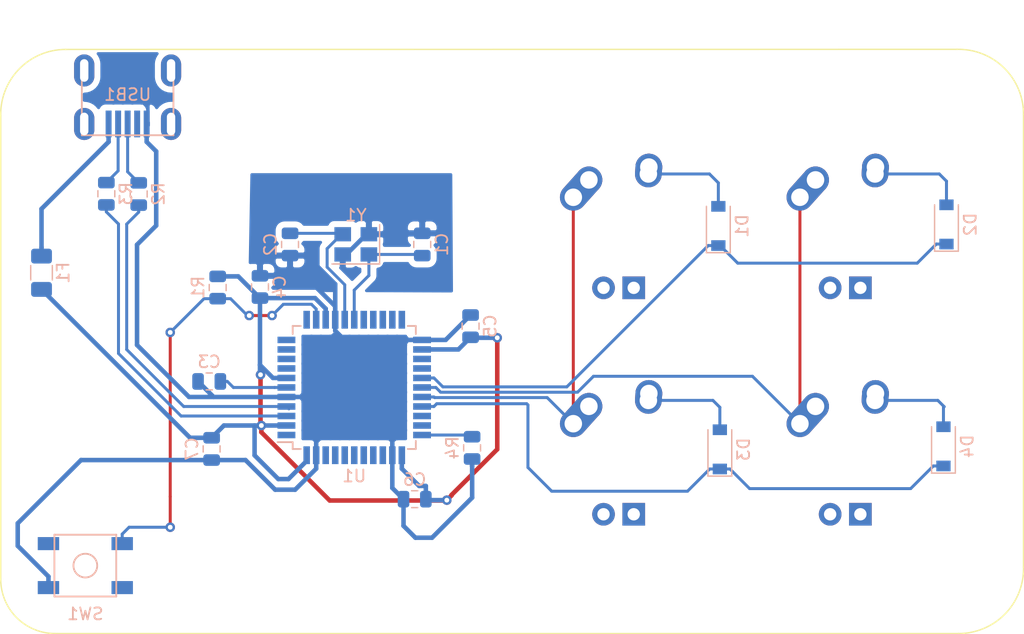
<source format=kicad_pcb>
(kicad_pcb (version 20171130) (host pcbnew "(5.1.4)-1")

  (general
    (thickness 1.6)
    (drawings 8)
    (tracks 217)
    (zones 0)
    (modules 24)
    (nets 45)
  )

  (page A4)
  (layers
    (0 F.Cu signal)
    (31 B.Cu signal)
    (32 B.Adhes user)
    (33 F.Adhes user)
    (34 B.Paste user)
    (35 F.Paste user)
    (36 B.SilkS user)
    (37 F.SilkS user)
    (38 B.Mask user)
    (39 F.Mask user)
    (40 Dwgs.User user)
    (41 Cmts.User user)
    (42 Eco1.User user)
    (43 Eco2.User user)
    (44 Edge.Cuts user)
    (45 Margin user)
    (46 B.CrtYd user)
    (47 F.CrtYd user)
    (48 B.Fab user)
    (49 F.Fab user)
  )

  (setup
    (last_trace_width 0.25)
    (trace_clearance 0.2)
    (zone_clearance 0.508)
    (zone_45_only no)
    (trace_min 0.2)
    (via_size 0.8)
    (via_drill 0.4)
    (via_min_size 0.4)
    (via_min_drill 0.3)
    (uvia_size 0.3)
    (uvia_drill 0.1)
    (uvias_allowed no)
    (uvia_min_size 0.2)
    (uvia_min_drill 0.1)
    (edge_width 0.05)
    (segment_width 0.2)
    (pcb_text_width 0.3)
    (pcb_text_size 1.5 1.5)
    (mod_edge_width 0.12)
    (mod_text_size 1 1)
    (mod_text_width 0.15)
    (pad_size 1.5 0.55)
    (pad_drill 0)
    (pad_to_mask_clearance 0.051)
    (solder_mask_min_width 0.25)
    (aux_axis_origin 0 0)
    (visible_elements 7FFFFFFF)
    (pcbplotparams
      (layerselection 0x010fc_ffffffff)
      (usegerberextensions false)
      (usegerberattributes false)
      (usegerberadvancedattributes false)
      (creategerberjobfile false)
      (excludeedgelayer true)
      (linewidth 0.100000)
      (plotframeref false)
      (viasonmask false)
      (mode 1)
      (useauxorigin false)
      (hpglpennumber 1)
      (hpglpenspeed 20)
      (hpglpendiameter 15.000000)
      (psnegative false)
      (psa4output false)
      (plotreference true)
      (plotvalue true)
      (plotinvisibletext false)
      (padsonsilk false)
      (subtractmaskfromsilk false)
      (outputformat 1)
      (mirror false)
      (drillshape 0)
      (scaleselection 1)
      (outputdirectory "C:/Users/Julia/Documents/GitHub/quaver-keypad/Gerber"))
  )

  (net 0 "")
  (net 1 GND)
  (net 2 +5V)
  (net 3 "Net-(C2-Pad1)")
  (net 4 "Net-(C3-Pad1)")
  (net 5 "Net-(D1-Pad2)")
  (net 6 ROW0)
  (net 7 "Net-(D2-Pad2)")
  (net 8 ROW1)
  (net 9 "Net-(D3-Pad2)")
  (net 10 "Net-(D4-Pad2)")
  (net 11 VCC)
  (net 12 COL0)
  (net 13 COL1)
  (net 14 D-)
  (net 15 D+)
  (net 16 "Net-(R2-Pad1)")
  (net 17 "Net-(R4-Pad1)")
  (net 18 "Net-(U1-Pad42)")
  (net 19 "Net-(U1-Pad41)")
  (net 20 "Net-(U1-Pad40)")
  (net 21 "Net-(U1-Pad39)")
  (net 22 "Net-(U1-Pad38)")
  (net 23 "Net-(U1-Pad37)")
  (net 24 "Net-(U1-Pad36)")
  (net 25 "Net-(U1-Pad32)")
  (net 26 "Net-(U1-Pad31)")
  (net 27 "Net-(U1-Pad26)")
  (net 28 "Net-(U1-Pad25)")
  (net 29 "Net-(U1-Pad22)")
  (net 30 "Net-(U1-Pad21)")
  (net 31 "Net-(U1-Pad20)")
  (net 32 "Net-(U1-Pad19)")
  (net 33 "Net-(U1-Pad18)")
  (net 34 "Net-(U1-Pad12)")
  (net 35 "Net-(U1-Pad11)")
  (net 36 "Net-(U1-Pad10)")
  (net 37 "Net-(U1-Pad9)")
  (net 38 "Net-(U1-Pad8)")
  (net 39 "Net-(U1-Pad1)")
  (net 40 "Net-(USB1-Pad6)")
  (net 41 "Net-(USB1-Pad2)")
  (net 42 "Net-(C1-Pad1)")
  (net 43 "Net-(R1-Pad2)")
  (net 44 "Net-(R3-Pad1)")

  (net_class Default "This is the default net class."
    (clearance 0.2)
    (trace_width 0.25)
    (via_dia 0.8)
    (via_drill 0.4)
    (uvia_dia 0.3)
    (uvia_drill 0.1)
    (add_net COL0)
    (add_net COL1)
    (add_net D+)
    (add_net D-)
    (add_net "Net-(C1-Pad1)")
    (add_net "Net-(C2-Pad1)")
    (add_net "Net-(C3-Pad1)")
    (add_net "Net-(D1-Pad2)")
    (add_net "Net-(D2-Pad2)")
    (add_net "Net-(D3-Pad2)")
    (add_net "Net-(D4-Pad2)")
    (add_net "Net-(R1-Pad2)")
    (add_net "Net-(R2-Pad1)")
    (add_net "Net-(R3-Pad1)")
    (add_net "Net-(R4-Pad1)")
    (add_net "Net-(U1-Pad1)")
    (add_net "Net-(U1-Pad10)")
    (add_net "Net-(U1-Pad11)")
    (add_net "Net-(U1-Pad12)")
    (add_net "Net-(U1-Pad18)")
    (add_net "Net-(U1-Pad19)")
    (add_net "Net-(U1-Pad20)")
    (add_net "Net-(U1-Pad21)")
    (add_net "Net-(U1-Pad22)")
    (add_net "Net-(U1-Pad25)")
    (add_net "Net-(U1-Pad26)")
    (add_net "Net-(U1-Pad31)")
    (add_net "Net-(U1-Pad32)")
    (add_net "Net-(U1-Pad36)")
    (add_net "Net-(U1-Pad37)")
    (add_net "Net-(U1-Pad38)")
    (add_net "Net-(U1-Pad39)")
    (add_net "Net-(U1-Pad40)")
    (add_net "Net-(U1-Pad41)")
    (add_net "Net-(U1-Pad42)")
    (add_net "Net-(U1-Pad8)")
    (add_net "Net-(U1-Pad9)")
    (add_net "Net-(USB1-Pad2)")
    (add_net "Net-(USB1-Pad6)")
    (add_net ROW0)
    (add_net ROW1)
  )

  (net_class Power ""
    (clearance 0.2)
    (trace_width 0.381)
    (via_dia 0.8)
    (via_drill 0.4)
    (uvia_dia 0.3)
    (uvia_drill 0.1)
    (add_net +5V)
    (add_net GND)
    (add_net VCC)
  )

  (module MX_Alps_Hybrid:MX-1U (layer F.Cu) (tedit 5A9F3A9A) (tstamp 635D44DC)
    (at 112.014 93.599)
    (path /635F22EE)
    (fp_text reference MX4 (at 0 3.175) (layer Dwgs.User)
      (effects (font (size 1 1) (thickness 0.15)))
    )
    (fp_text value MX-NoLED (at 0 -7.9375) (layer Dwgs.User)
      (effects (font (size 1 1) (thickness 0.15)))
    )
    (fp_line (start -9.525 9.525) (end -9.525 -9.525) (layer Dwgs.User) (width 0.15))
    (fp_line (start 9.525 9.525) (end -9.525 9.525) (layer Dwgs.User) (width 0.15))
    (fp_line (start 9.525 -9.525) (end 9.525 9.525) (layer Dwgs.User) (width 0.15))
    (fp_line (start -9.525 -9.525) (end 9.525 -9.525) (layer Dwgs.User) (width 0.15))
    (fp_line (start -7 -7) (end -7 -5) (layer Dwgs.User) (width 0.15))
    (fp_line (start -5 -7) (end -7 -7) (layer Dwgs.User) (width 0.15))
    (fp_line (start -7 7) (end -5 7) (layer Dwgs.User) (width 0.15))
    (fp_line (start -7 5) (end -7 7) (layer Dwgs.User) (width 0.15))
    (fp_line (start 7 7) (end 7 5) (layer Dwgs.User) (width 0.15))
    (fp_line (start 5 7) (end 7 7) (layer Dwgs.User) (width 0.15))
    (fp_line (start 7 -7) (end 7 -5) (layer Dwgs.User) (width 0.15))
    (fp_line (start 5 -7) (end 7 -7) (layer Dwgs.User) (width 0.15))
    (pad "" np_thru_hole circle (at 5.08 0 48.0996) (size 1.75 1.75) (drill 1.75) (layers *.Cu *.Mask))
    (pad "" np_thru_hole circle (at -5.08 0 48.0996) (size 1.75 1.75) (drill 1.75) (layers *.Cu *.Mask))
    (pad 4 thru_hole rect (at 1.27 5.08) (size 1.905 1.905) (drill 1.04) (layers *.Cu B.Mask))
    (pad 3 thru_hole circle (at -1.27 5.08) (size 1.905 1.905) (drill 1.04) (layers *.Cu B.Mask))
    (pad 1 thru_hole circle (at -2.5 -4) (size 2.25 2.25) (drill 1.47) (layers *.Cu B.Mask)
      (net 13 COL1))
    (pad "" np_thru_hole circle (at 0 0) (size 3.9878 3.9878) (drill 3.9878) (layers *.Cu *.Mask))
    (pad 1 thru_hole oval (at -3.81 -2.54 48.0996) (size 4.211556 2.25) (drill 1.47 (offset 0.980778 0)) (layers *.Cu B.Mask)
      (net 13 COL1))
    (pad 2 thru_hole circle (at 2.54 -5.08) (size 2.25 2.25) (drill 1.47) (layers *.Cu B.Mask)
      (net 10 "Net-(D4-Pad2)"))
    (pad 2 thru_hole oval (at 2.5 -4.5 86.0548) (size 2.831378 2.25) (drill 1.47 (offset 0.290689 0)) (layers *.Cu B.Mask)
      (net 10 "Net-(D4-Pad2)"))
  )

  (module MX_Alps_Hybrid:MX-1U (layer F.Cu) (tedit 5A9F3A9A) (tstamp 635D44C3)
    (at 92.964 93.599)
    (path /635F1F43)
    (fp_text reference MX3 (at 0 3.175) (layer Dwgs.User)
      (effects (font (size 1 1) (thickness 0.15)))
    )
    (fp_text value MX-NoLED (at 0 -7.9375) (layer Dwgs.User)
      (effects (font (size 1 1) (thickness 0.15)))
    )
    (fp_line (start -9.525 9.525) (end -9.525 -9.525) (layer Dwgs.User) (width 0.15))
    (fp_line (start 9.525 9.525) (end -9.525 9.525) (layer Dwgs.User) (width 0.15))
    (fp_line (start 9.525 -9.525) (end 9.525 9.525) (layer Dwgs.User) (width 0.15))
    (fp_line (start -9.525 -9.525) (end 9.525 -9.525) (layer Dwgs.User) (width 0.15))
    (fp_line (start -7 -7) (end -7 -5) (layer Dwgs.User) (width 0.15))
    (fp_line (start -5 -7) (end -7 -7) (layer Dwgs.User) (width 0.15))
    (fp_line (start -7 7) (end -5 7) (layer Dwgs.User) (width 0.15))
    (fp_line (start -7 5) (end -7 7) (layer Dwgs.User) (width 0.15))
    (fp_line (start 7 7) (end 7 5) (layer Dwgs.User) (width 0.15))
    (fp_line (start 5 7) (end 7 7) (layer Dwgs.User) (width 0.15))
    (fp_line (start 7 -7) (end 7 -5) (layer Dwgs.User) (width 0.15))
    (fp_line (start 5 -7) (end 7 -7) (layer Dwgs.User) (width 0.15))
    (pad "" np_thru_hole circle (at 5.08 0 48.0996) (size 1.75 1.75) (drill 1.75) (layers *.Cu *.Mask))
    (pad "" np_thru_hole circle (at -5.08 0 48.0996) (size 1.75 1.75) (drill 1.75) (layers *.Cu *.Mask))
    (pad 4 thru_hole rect (at 1.27 5.08) (size 1.905 1.905) (drill 1.04) (layers *.Cu B.Mask))
    (pad 3 thru_hole circle (at -1.27 5.08) (size 1.905 1.905) (drill 1.04) (layers *.Cu B.Mask))
    (pad 1 thru_hole circle (at -2.5 -4) (size 2.25 2.25) (drill 1.47) (layers *.Cu B.Mask)
      (net 12 COL0))
    (pad "" np_thru_hole circle (at 0 0) (size 3.9878 3.9878) (drill 3.9878) (layers *.Cu *.Mask))
    (pad 1 thru_hole oval (at -3.81 -2.54 48.0996) (size 4.211556 2.25) (drill 1.47 (offset 0.980778 0)) (layers *.Cu B.Mask)
      (net 12 COL0))
    (pad 2 thru_hole circle (at 2.54 -5.08) (size 2.25 2.25) (drill 1.47) (layers *.Cu B.Mask)
      (net 9 "Net-(D3-Pad2)"))
    (pad 2 thru_hole oval (at 2.5 -4.5 86.0548) (size 2.831378 2.25) (drill 1.47 (offset 0.290689 0)) (layers *.Cu B.Mask)
      (net 9 "Net-(D3-Pad2)"))
  )

  (module MX_Alps_Hybrid:MX-1U (layer F.Cu) (tedit 5A9F3A9A) (tstamp 635D44AA)
    (at 112.014 74.549)
    (path /635F1509)
    (fp_text reference MX2 (at 0 3.175) (layer Dwgs.User)
      (effects (font (size 1 1) (thickness 0.15)))
    )
    (fp_text value MX-NoLED (at 0 -7.9375) (layer Dwgs.User)
      (effects (font (size 1 1) (thickness 0.15)))
    )
    (fp_line (start -9.525 9.525) (end -9.525 -9.525) (layer Dwgs.User) (width 0.15))
    (fp_line (start 9.525 9.525) (end -9.525 9.525) (layer Dwgs.User) (width 0.15))
    (fp_line (start 9.525 -9.525) (end 9.525 9.525) (layer Dwgs.User) (width 0.15))
    (fp_line (start -9.525 -9.525) (end 9.525 -9.525) (layer Dwgs.User) (width 0.15))
    (fp_line (start -7 -7) (end -7 -5) (layer Dwgs.User) (width 0.15))
    (fp_line (start -5 -7) (end -7 -7) (layer Dwgs.User) (width 0.15))
    (fp_line (start -7 7) (end -5 7) (layer Dwgs.User) (width 0.15))
    (fp_line (start -7 5) (end -7 7) (layer Dwgs.User) (width 0.15))
    (fp_line (start 7 7) (end 7 5) (layer Dwgs.User) (width 0.15))
    (fp_line (start 5 7) (end 7 7) (layer Dwgs.User) (width 0.15))
    (fp_line (start 7 -7) (end 7 -5) (layer Dwgs.User) (width 0.15))
    (fp_line (start 5 -7) (end 7 -7) (layer Dwgs.User) (width 0.15))
    (pad "" np_thru_hole circle (at 5.08 0 48.0996) (size 1.75 1.75) (drill 1.75) (layers *.Cu *.Mask))
    (pad "" np_thru_hole circle (at -5.08 0 48.0996) (size 1.75 1.75) (drill 1.75) (layers *.Cu *.Mask))
    (pad 4 thru_hole rect (at 1.27 5.08) (size 1.905 1.905) (drill 1.04) (layers *.Cu B.Mask))
    (pad 3 thru_hole circle (at -1.27 5.08) (size 1.905 1.905) (drill 1.04) (layers *.Cu B.Mask))
    (pad 1 thru_hole circle (at -2.5 -4) (size 2.25 2.25) (drill 1.47) (layers *.Cu B.Mask)
      (net 13 COL1))
    (pad "" np_thru_hole circle (at 0 0) (size 3.9878 3.9878) (drill 3.9878) (layers *.Cu *.Mask))
    (pad 1 thru_hole oval (at -3.81 -2.54 48.0996) (size 4.211556 2.25) (drill 1.47 (offset 0.980778 0)) (layers *.Cu B.Mask)
      (net 13 COL1))
    (pad 2 thru_hole circle (at 2.54 -5.08) (size 2.25 2.25) (drill 1.47) (layers *.Cu B.Mask)
      (net 7 "Net-(D2-Pad2)"))
    (pad 2 thru_hole oval (at 2.5 -4.5 86.0548) (size 2.831378 2.25) (drill 1.47 (offset 0.290689 0)) (layers *.Cu B.Mask)
      (net 7 "Net-(D2-Pad2)"))
  )

  (module MX_Alps_Hybrid:MX-1U (layer F.Cu) (tedit 5A9F3A9A) (tstamp 635D4491)
    (at 92.964 74.549)
    (path /635F094D)
    (fp_text reference MX1 (at 0 3.175) (layer Dwgs.User)
      (effects (font (size 1 1) (thickness 0.15)))
    )
    (fp_text value MX-NoLED (at 0 -7.9375) (layer Dwgs.User)
      (effects (font (size 1 1) (thickness 0.15)))
    )
    (fp_line (start -9.525 9.525) (end -9.525 -9.525) (layer Dwgs.User) (width 0.15))
    (fp_line (start 9.525 9.525) (end -9.525 9.525) (layer Dwgs.User) (width 0.15))
    (fp_line (start 9.525 -9.525) (end 9.525 9.525) (layer Dwgs.User) (width 0.15))
    (fp_line (start -9.525 -9.525) (end 9.525 -9.525) (layer Dwgs.User) (width 0.15))
    (fp_line (start -7 -7) (end -7 -5) (layer Dwgs.User) (width 0.15))
    (fp_line (start -5 -7) (end -7 -7) (layer Dwgs.User) (width 0.15))
    (fp_line (start -7 7) (end -5 7) (layer Dwgs.User) (width 0.15))
    (fp_line (start -7 5) (end -7 7) (layer Dwgs.User) (width 0.15))
    (fp_line (start 7 7) (end 7 5) (layer Dwgs.User) (width 0.15))
    (fp_line (start 5 7) (end 7 7) (layer Dwgs.User) (width 0.15))
    (fp_line (start 7 -7) (end 7 -5) (layer Dwgs.User) (width 0.15))
    (fp_line (start 5 -7) (end 7 -7) (layer Dwgs.User) (width 0.15))
    (pad "" np_thru_hole circle (at 5.08 0 48.0996) (size 1.75 1.75) (drill 1.75) (layers *.Cu *.Mask))
    (pad "" np_thru_hole circle (at -5.08 0 48.0996) (size 1.75 1.75) (drill 1.75) (layers *.Cu *.Mask))
    (pad 4 thru_hole rect (at 1.27 5.08) (size 1.905 1.905) (drill 1.04) (layers *.Cu B.Mask))
    (pad 3 thru_hole circle (at -1.27 5.08) (size 1.905 1.905) (drill 1.04) (layers *.Cu B.Mask))
    (pad 1 thru_hole circle (at -2.5 -4) (size 2.25 2.25) (drill 1.47) (layers *.Cu B.Mask)
      (net 12 COL0))
    (pad "" np_thru_hole circle (at 0 0) (size 3.9878 3.9878) (drill 3.9878) (layers *.Cu *.Mask))
    (pad 1 thru_hole oval (at -3.81 -2.54 48.0996) (size 4.211556 2.25) (drill 1.47 (offset 0.980778 0)) (layers *.Cu B.Mask)
      (net 12 COL0))
    (pad 2 thru_hole circle (at 2.54 -5.08) (size 2.25 2.25) (drill 1.47) (layers *.Cu B.Mask)
      (net 5 "Net-(D1-Pad2)"))
    (pad 2 thru_hole oval (at 2.5 -4.5 86.0548) (size 2.831378 2.25) (drill 1.47 (offset 0.290689 0)) (layers *.Cu B.Mask)
      (net 5 "Net-(D1-Pad2)"))
  )

  (module Diode_SMD:D_SOD-123 (layer B.Cu) (tedit 58645DC7) (tstamp 635D4458)
    (at 120.269 92.964 90)
    (descr SOD-123)
    (tags SOD-123)
    (path /63610A6A)
    (attr smd)
    (fp_text reference D4 (at 0 2 -90) (layer B.SilkS)
      (effects (font (size 1 1) (thickness 0.15)) (justify mirror))
    )
    (fp_text value SOD-123 (at 0 -2.1 -90) (layer B.Fab)
      (effects (font (size 1 1) (thickness 0.15)) (justify mirror))
    )
    (fp_line (start -2.25 1) (end 1.65 1) (layer B.SilkS) (width 0.12))
    (fp_line (start -2.25 -1) (end 1.65 -1) (layer B.SilkS) (width 0.12))
    (fp_line (start -2.35 1.15) (end -2.35 -1.15) (layer B.CrtYd) (width 0.05))
    (fp_line (start 2.35 -1.15) (end -2.35 -1.15) (layer B.CrtYd) (width 0.05))
    (fp_line (start 2.35 1.15) (end 2.35 -1.15) (layer B.CrtYd) (width 0.05))
    (fp_line (start -2.35 1.15) (end 2.35 1.15) (layer B.CrtYd) (width 0.05))
    (fp_line (start -1.4 0.9) (end 1.4 0.9) (layer B.Fab) (width 0.1))
    (fp_line (start 1.4 0.9) (end 1.4 -0.9) (layer B.Fab) (width 0.1))
    (fp_line (start 1.4 -0.9) (end -1.4 -0.9) (layer B.Fab) (width 0.1))
    (fp_line (start -1.4 -0.9) (end -1.4 0.9) (layer B.Fab) (width 0.1))
    (fp_line (start -0.75 0) (end -0.35 0) (layer B.Fab) (width 0.1))
    (fp_line (start -0.35 0) (end -0.35 0.55) (layer B.Fab) (width 0.1))
    (fp_line (start -0.35 0) (end -0.35 -0.55) (layer B.Fab) (width 0.1))
    (fp_line (start -0.35 0) (end 0.25 0.4) (layer B.Fab) (width 0.1))
    (fp_line (start 0.25 0.4) (end 0.25 -0.4) (layer B.Fab) (width 0.1))
    (fp_line (start 0.25 -0.4) (end -0.35 0) (layer B.Fab) (width 0.1))
    (fp_line (start 0.25 0) (end 0.75 0) (layer B.Fab) (width 0.1))
    (fp_line (start -2.25 1) (end -2.25 -1) (layer B.SilkS) (width 0.12))
    (fp_text user %R (at 0 2 -90) (layer B.Fab)
      (effects (font (size 1 1) (thickness 0.15)) (justify mirror))
    )
    (pad 2 smd rect (at 1.65 0 90) (size 0.9 1.2) (layers B.Cu B.Paste B.Mask)
      (net 10 "Net-(D4-Pad2)"))
    (pad 1 smd rect (at -1.65 0 90) (size 0.9 1.2) (layers B.Cu B.Paste B.Mask)
      (net 8 ROW1))
    (model ${KISYS3DMOD}/Diode_SMD.3dshapes/D_SOD-123.wrl
      (at (xyz 0 0 0))
      (scale (xyz 1 1 1))
      (rotate (xyz 0 0 0))
    )
  )

  (module Diode_SMD:D_SOD-123 (layer B.Cu) (tedit 58645DC7) (tstamp 635D443F)
    (at 101.473 93.218 90)
    (descr SOD-123)
    (tags SOD-123)
    (path /63610FEF)
    (attr smd)
    (fp_text reference D3 (at 0 2 270) (layer B.SilkS)
      (effects (font (size 1 1) (thickness 0.15)) (justify mirror))
    )
    (fp_text value D_Small (at 0 -2.1 270) (layer B.Fab)
      (effects (font (size 1 1) (thickness 0.15)) (justify mirror))
    )
    (fp_line (start -2.25 1) (end 1.65 1) (layer B.SilkS) (width 0.12))
    (fp_line (start -2.25 -1) (end 1.65 -1) (layer B.SilkS) (width 0.12))
    (fp_line (start -2.35 1.15) (end -2.35 -1.15) (layer B.CrtYd) (width 0.05))
    (fp_line (start 2.35 -1.15) (end -2.35 -1.15) (layer B.CrtYd) (width 0.05))
    (fp_line (start 2.35 1.15) (end 2.35 -1.15) (layer B.CrtYd) (width 0.05))
    (fp_line (start -2.35 1.15) (end 2.35 1.15) (layer B.CrtYd) (width 0.05))
    (fp_line (start -1.4 0.9) (end 1.4 0.9) (layer B.Fab) (width 0.1))
    (fp_line (start 1.4 0.9) (end 1.4 -0.9) (layer B.Fab) (width 0.1))
    (fp_line (start 1.4 -0.9) (end -1.4 -0.9) (layer B.Fab) (width 0.1))
    (fp_line (start -1.4 -0.9) (end -1.4 0.9) (layer B.Fab) (width 0.1))
    (fp_line (start -0.75 0) (end -0.35 0) (layer B.Fab) (width 0.1))
    (fp_line (start -0.35 0) (end -0.35 0.55) (layer B.Fab) (width 0.1))
    (fp_line (start -0.35 0) (end -0.35 -0.55) (layer B.Fab) (width 0.1))
    (fp_line (start -0.35 0) (end 0.25 0.4) (layer B.Fab) (width 0.1))
    (fp_line (start 0.25 0.4) (end 0.25 -0.4) (layer B.Fab) (width 0.1))
    (fp_line (start 0.25 -0.4) (end -0.35 0) (layer B.Fab) (width 0.1))
    (fp_line (start 0.25 0) (end 0.75 0) (layer B.Fab) (width 0.1))
    (fp_line (start -2.25 1) (end -2.25 -1) (layer B.SilkS) (width 0.12))
    (fp_text user %R (at 0 2 270) (layer B.Fab)
      (effects (font (size 1 1) (thickness 0.15)) (justify mirror))
    )
    (pad 2 smd rect (at 1.65 0 90) (size 0.9 1.2) (layers B.Cu B.Paste B.Mask)
      (net 9 "Net-(D3-Pad2)"))
    (pad 1 smd rect (at -1.65 0 90) (size 0.9 1.2) (layers B.Cu B.Paste B.Mask)
      (net 8 ROW1))
    (model ${KISYS3DMOD}/Diode_SMD.3dshapes/D_SOD-123.wrl
      (at (xyz 0 0 0))
      (scale (xyz 1 1 1))
      (rotate (xyz 0 0 0))
    )
  )

  (module Diode_SMD:D_SOD-123 (layer B.Cu) (tedit 58645DC7) (tstamp 635D4426)
    (at 120.523 74.295 90)
    (descr SOD-123)
    (tags SOD-123)
    (path /636104B9)
    (attr smd)
    (fp_text reference D2 (at 0 2 270) (layer B.SilkS)
      (effects (font (size 1 1) (thickness 0.15)) (justify mirror))
    )
    (fp_text value SOD-123 (at 0 -2.1 270) (layer B.Fab)
      (effects (font (size 1 1) (thickness 0.15)) (justify mirror))
    )
    (fp_line (start -2.25 1) (end 1.65 1) (layer B.SilkS) (width 0.12))
    (fp_line (start -2.25 -1) (end 1.65 -1) (layer B.SilkS) (width 0.12))
    (fp_line (start -2.35 1.15) (end -2.35 -1.15) (layer B.CrtYd) (width 0.05))
    (fp_line (start 2.35 -1.15) (end -2.35 -1.15) (layer B.CrtYd) (width 0.05))
    (fp_line (start 2.35 1.15) (end 2.35 -1.15) (layer B.CrtYd) (width 0.05))
    (fp_line (start -2.35 1.15) (end 2.35 1.15) (layer B.CrtYd) (width 0.05))
    (fp_line (start -1.4 0.9) (end 1.4 0.9) (layer B.Fab) (width 0.1))
    (fp_line (start 1.4 0.9) (end 1.4 -0.9) (layer B.Fab) (width 0.1))
    (fp_line (start 1.4 -0.9) (end -1.4 -0.9) (layer B.Fab) (width 0.1))
    (fp_line (start -1.4 -0.9) (end -1.4 0.9) (layer B.Fab) (width 0.1))
    (fp_line (start -0.75 0) (end -0.35 0) (layer B.Fab) (width 0.1))
    (fp_line (start -0.35 0) (end -0.35 0.55) (layer B.Fab) (width 0.1))
    (fp_line (start -0.35 0) (end -0.35 -0.55) (layer B.Fab) (width 0.1))
    (fp_line (start -0.35 0) (end 0.25 0.4) (layer B.Fab) (width 0.1))
    (fp_line (start 0.25 0.4) (end 0.25 -0.4) (layer B.Fab) (width 0.1))
    (fp_line (start 0.25 -0.4) (end -0.35 0) (layer B.Fab) (width 0.1))
    (fp_line (start 0.25 0) (end 0.75 0) (layer B.Fab) (width 0.1))
    (fp_line (start -2.25 1) (end -2.25 -1) (layer B.SilkS) (width 0.12))
    (fp_text user %R (at 0 2 270) (layer B.Fab)
      (effects (font (size 1 1) (thickness 0.15)) (justify mirror))
    )
    (pad 2 smd rect (at 1.65 0 90) (size 0.9 1.2) (layers B.Cu B.Paste B.Mask)
      (net 7 "Net-(D2-Pad2)"))
    (pad 1 smd rect (at -1.65 0 90) (size 0.9 1.2) (layers B.Cu B.Paste B.Mask)
      (net 6 ROW0))
    (model ${KISYS3DMOD}/Diode_SMD.3dshapes/D_SOD-123.wrl
      (at (xyz 0 0 0))
      (scale (xyz 1 1 1))
      (rotate (xyz 0 0 0))
    )
  )

  (module Diode_SMD:D_SOD-123 (layer B.Cu) (tedit 58645DC7) (tstamp 635D440D)
    (at 101.346 74.422 90)
    (descr SOD-123)
    (tags SOD-123)
    (path /635F4833)
    (attr smd)
    (fp_text reference D1 (at 0 2 270) (layer B.SilkS)
      (effects (font (size 1 1) (thickness 0.15)) (justify mirror))
    )
    (fp_text value SOD-123 (at 0 -2.1 270) (layer B.Fab)
      (effects (font (size 1 1) (thickness 0.15)) (justify mirror))
    )
    (fp_line (start -2.25 1) (end 1.65 1) (layer B.SilkS) (width 0.12))
    (fp_line (start -2.25 -1) (end 1.65 -1) (layer B.SilkS) (width 0.12))
    (fp_line (start -2.35 1.15) (end -2.35 -1.15) (layer B.CrtYd) (width 0.05))
    (fp_line (start 2.35 -1.15) (end -2.35 -1.15) (layer B.CrtYd) (width 0.05))
    (fp_line (start 2.35 1.15) (end 2.35 -1.15) (layer B.CrtYd) (width 0.05))
    (fp_line (start -2.35 1.15) (end 2.35 1.15) (layer B.CrtYd) (width 0.05))
    (fp_line (start -1.4 0.9) (end 1.4 0.9) (layer B.Fab) (width 0.1))
    (fp_line (start 1.4 0.9) (end 1.4 -0.9) (layer B.Fab) (width 0.1))
    (fp_line (start 1.4 -0.9) (end -1.4 -0.9) (layer B.Fab) (width 0.1))
    (fp_line (start -1.4 -0.9) (end -1.4 0.9) (layer B.Fab) (width 0.1))
    (fp_line (start -0.75 0) (end -0.35 0) (layer B.Fab) (width 0.1))
    (fp_line (start -0.35 0) (end -0.35 0.55) (layer B.Fab) (width 0.1))
    (fp_line (start -0.35 0) (end -0.35 -0.55) (layer B.Fab) (width 0.1))
    (fp_line (start -0.35 0) (end 0.25 0.4) (layer B.Fab) (width 0.1))
    (fp_line (start 0.25 0.4) (end 0.25 -0.4) (layer B.Fab) (width 0.1))
    (fp_line (start 0.25 -0.4) (end -0.35 0) (layer B.Fab) (width 0.1))
    (fp_line (start 0.25 0) (end 0.75 0) (layer B.Fab) (width 0.1))
    (fp_line (start -2.25 1) (end -2.25 -1) (layer B.SilkS) (width 0.12))
    (fp_text user %R (at 0 2 270) (layer B.Fab)
      (effects (font (size 1 1) (thickness 0.15)) (justify mirror))
    )
    (pad 2 smd rect (at 1.65 0 90) (size 0.9 1.2) (layers B.Cu B.Paste B.Mask)
      (net 5 "Net-(D1-Pad2)"))
    (pad 1 smd rect (at -1.65 0 90) (size 0.9 1.2) (layers B.Cu B.Paste B.Mask)
      (net 6 ROW0))
    (model ${KISYS3DMOD}/Diode_SMD.3dshapes/D_SOD-123.wrl
      (at (xyz 0 0 0))
      (scale (xyz 1 1 1))
      (rotate (xyz 0 0 0))
    )
  )

  (module Crystal:Crystal_SMD_3225-4Pin_3.2x2.5mm (layer B.Cu) (tedit 5A0FD1B2) (tstamp 635C8020)
    (at 70.87 75.97 180)
    (descr "SMD Crystal SERIES SMD3225/4 http://www.txccrystal.com/images/pdf/7m-accuracy.pdf, 3.2x2.5mm^2 package")
    (tags "SMD SMT crystal")
    (path /635D8365)
    (attr smd)
    (fp_text reference Y1 (at 0 2.45) (layer B.SilkS)
      (effects (font (size 1 1) (thickness 0.15)) (justify mirror))
    )
    (fp_text value 16MHz (at 0 -2.45) (layer B.Fab)
      (effects (font (size 1 1) (thickness 0.15)) (justify mirror))
    )
    (fp_line (start 2.1 1.7) (end -2.1 1.7) (layer B.CrtYd) (width 0.05))
    (fp_line (start 2.1 -1.7) (end 2.1 1.7) (layer B.CrtYd) (width 0.05))
    (fp_line (start -2.1 -1.7) (end 2.1 -1.7) (layer B.CrtYd) (width 0.05))
    (fp_line (start -2.1 1.7) (end -2.1 -1.7) (layer B.CrtYd) (width 0.05))
    (fp_line (start -2 -1.65) (end 2 -1.65) (layer B.SilkS) (width 0.12))
    (fp_line (start -2 1.65) (end -2 -1.65) (layer B.SilkS) (width 0.12))
    (fp_line (start -1.6 -0.25) (end -0.6 -1.25) (layer B.Fab) (width 0.1))
    (fp_line (start 1.6 1.25) (end -1.6 1.25) (layer B.Fab) (width 0.1))
    (fp_line (start 1.6 -1.25) (end 1.6 1.25) (layer B.Fab) (width 0.1))
    (fp_line (start -1.6 -1.25) (end 1.6 -1.25) (layer B.Fab) (width 0.1))
    (fp_line (start -1.6 1.25) (end -1.6 -1.25) (layer B.Fab) (width 0.1))
    (fp_text user %R (at 0 0) (layer B.Fab)
      (effects (font (size 0.7 0.7) (thickness 0.105)) (justify mirror))
    )
    (pad 4 smd rect (at -1.1 0.85 180) (size 1.4 1.2) (layers B.Cu B.Paste B.Mask)
      (net 1 GND))
    (pad 3 smd rect (at 1.1 0.85 180) (size 1.4 1.2) (layers B.Cu B.Paste B.Mask)
      (net 3 "Net-(C2-Pad1)"))
    (pad 2 smd rect (at 1.1 -0.85 180) (size 1.4 1.2) (layers B.Cu B.Paste B.Mask)
      (net 1 GND))
    (pad 1 smd rect (at -1.1 -0.85 180) (size 1.4 1.2) (layers B.Cu B.Paste B.Mask)
      (net 42 "Net-(C1-Pad1)"))
    (model ${KISYS3DMOD}/Crystal.3dshapes/Crystal_SMD_3225-4Pin_3.2x2.5mm.wrl
      (at (xyz 0 0 0))
      (scale (xyz 1 1 1))
      (rotate (xyz 0 0 0))
    )
  )

  (module random-keyboard-parts:Molex-0548190589 (layer B.Cu) (tedit 5C494815) (tstamp 635C800C)
    (at 51.689 61.341 270)
    (path /635C9A22)
    (attr smd)
    (fp_text reference USB1 (at 2.032 0) (layer B.SilkS)
      (effects (font (size 1 1) (thickness 0.15)) (justify mirror))
    )
    (fp_text value Molex-0548190589 (at -5.08 0) (layer Dwgs.User)
      (effects (font (size 1 1) (thickness 0.15)))
    )
    (fp_text user %R (at 2 0) (layer B.CrtYd)
      (effects (font (size 1 1) (thickness 0.15)) (justify mirror))
    )
    (fp_line (start 3.25 1.25) (end 5.5 1.25) (layer B.CrtYd) (width 0.15))
    (fp_line (start 5.5 0.5) (end 3.25 0.5) (layer B.CrtYd) (width 0.15))
    (fp_line (start 3.25 -0.5) (end 5.5 -0.5) (layer B.CrtYd) (width 0.15))
    (fp_line (start 5.5 -1.25) (end 3.25 -1.25) (layer B.CrtYd) (width 0.15))
    (fp_line (start 3.25 -2) (end 5.5 -2) (layer B.CrtYd) (width 0.15))
    (fp_line (start 3.25 2) (end 3.25 -2) (layer B.CrtYd) (width 0.15))
    (fp_line (start 5.5 2) (end 3.25 2) (layer B.CrtYd) (width 0.15))
    (fp_line (start -3.75 -3.75) (end -3.75 3.75) (layer B.CrtYd) (width 0.15))
    (fp_line (start 5.5 -3.75) (end -3.75 -3.75) (layer B.CrtYd) (width 0.15))
    (fp_line (start 5.5 3.75) (end 5.5 -3.75) (layer B.CrtYd) (width 0.15))
    (fp_line (start -3.75 3.75) (end 5.5 3.75) (layer B.CrtYd) (width 0.15))
    (fp_line (start 0 3.85) (end 5.45 3.85) (layer B.SilkS) (width 0.15))
    (fp_line (start 0 -3.85) (end 5.45 -3.85) (layer B.SilkS) (width 0.15))
    (fp_line (start 5.45 3.85) (end 5.45 -3.85) (layer B.SilkS) (width 0.15))
    (fp_line (start -3.75 3.85) (end 0 3.85) (layer Dwgs.User) (width 0.15))
    (fp_line (start -3.75 -3.85) (end 0 -3.85) (layer Dwgs.User) (width 0.15))
    (fp_line (start -1.75 4.572) (end -1.75 -4.572) (layer Dwgs.User) (width 0.15))
    (fp_line (start -3.75 3.85) (end -3.75 -3.85) (layer Dwgs.User) (width 0.15))
    (pad 6 thru_hole oval (at 0 3.65 270) (size 2.7 1.7) (drill oval 1.9 0.7) (layers *.Cu *.Mask)
      (net 40 "Net-(USB1-Pad6)"))
    (pad 6 thru_hole oval (at 0 -3.65 270) (size 2.7 1.7) (drill oval 1.9 0.7) (layers *.Cu *.Mask)
      (net 40 "Net-(USB1-Pad6)"))
    (pad 6 thru_hole oval (at 4.5 -3.65 270) (size 2.7 1.7) (drill oval 1.9 0.7) (layers *.Cu *.Mask)
      (net 40 "Net-(USB1-Pad6)"))
    (pad 6 thru_hole oval (at 4.5 3.65 270) (size 2.7 1.7) (drill oval 1.9 0.7) (layers *.Cu *.Mask)
      (net 40 "Net-(USB1-Pad6)"))
    (pad 5 smd rect (at 4.5 1.6 270) (size 2.25 0.5) (layers B.Cu B.Paste B.Mask)
      (net 11 VCC))
    (pad 4 smd rect (at 4.5 0.8 270) (size 2.25 0.5) (layers B.Cu B.Paste B.Mask)
      (net 14 D-))
    (pad 3 smd rect (at 4.5 0 270) (size 2.25 0.5) (layers B.Cu B.Paste B.Mask)
      (net 15 D+))
    (pad 2 smd rect (at 4.5 -0.8 270) (size 2.25 0.5) (layers B.Cu B.Paste B.Mask)
      (net 41 "Net-(USB1-Pad2)"))
    (pad 1 smd rect (at 4.5 -1.6 270) (size 2.25 0.5) (layers B.Cu B.Paste B.Mask)
      (net 1 GND))
  )

  (module Package_QFP:TQFP-44_10x10mm_P0.8mm (layer B.Cu) (tedit 635D31F5) (tstamp 635C7FEC)
    (at 70.739 88.011)
    (descr "44-Lead Plastic Thin Quad Flatpack (PT) - 10x10x1.0 mm Body [TQFP] (see Microchip Packaging Specification 00000049BS.pdf)")
    (tags "QFP 0.8")
    (path /635BE084)
    (attr smd)
    (fp_text reference U1 (at 0 7.45) (layer B.SilkS)
      (effects (font (size 1 1) (thickness 0.15)) (justify mirror))
    )
    (fp_text value ATmega32U4-AU (at 0 -7.45) (layer B.Fab)
      (effects (font (size 1 1) (thickness 0.15)) (justify mirror))
    )
    (fp_line (start -5.175 4.6) (end -6.45 4.6) (layer B.SilkS) (width 0.15))
    (fp_line (start 5.175 5.175) (end 4.5 5.175) (layer B.SilkS) (width 0.15))
    (fp_line (start 5.175 -5.175) (end 4.5 -5.175) (layer B.SilkS) (width 0.15))
    (fp_line (start -5.175 -5.175) (end -4.5 -5.175) (layer B.SilkS) (width 0.15))
    (fp_line (start -5.175 5.175) (end -4.5 5.175) (layer B.SilkS) (width 0.15))
    (fp_line (start -5.175 -5.175) (end -5.175 -4.5) (layer B.SilkS) (width 0.15))
    (fp_line (start 5.175 -5.175) (end 5.175 -4.5) (layer B.SilkS) (width 0.15))
    (fp_line (start 5.175 5.175) (end 5.175 4.5) (layer B.SilkS) (width 0.15))
    (fp_line (start -5.175 5.175) (end -5.175 4.6) (layer B.SilkS) (width 0.15))
    (fp_line (start -6.7 -6.7) (end 6.7 -6.7) (layer B.CrtYd) (width 0.05))
    (fp_line (start -6.7 6.7) (end 6.7 6.7) (layer B.CrtYd) (width 0.05))
    (fp_line (start 6.7 6.7) (end 6.7 -6.7) (layer B.CrtYd) (width 0.05))
    (fp_line (start -6.7 6.7) (end -6.7 -6.7) (layer B.CrtYd) (width 0.05))
    (fp_line (start -5 4) (end -4 5) (layer B.Fab) (width 0.15))
    (fp_line (start -5 -5) (end -5 4) (layer B.Fab) (width 0.15))
    (fp_line (start 5 -5) (end -5 -5) (layer B.Fab) (width 0.15))
    (fp_line (start 5 5) (end 5 -5) (layer B.Fab) (width 0.15))
    (fp_line (start -4 5) (end 5 5) (layer B.Fab) (width 0.15))
    (fp_text user %R (at 0 0) (layer B.Fab)
      (effects (font (size 1 1) (thickness 0.15)) (justify mirror))
    )
    (pad 44 smd rect (at -4 5.7 270) (size 1.5 0.55) (layers B.Cu B.Paste B.Mask)
      (net 2 +5V))
    (pad 43 smd rect (at -3.2 5.7 270) (size 1.5 0.55) (layers B.Cu B.Paste B.Mask)
      (net 1 GND))
    (pad 42 smd rect (at -2.4 5.7 270) (size 1.5 0.55) (layers B.Cu B.Paste B.Mask)
      (net 18 "Net-(U1-Pad42)"))
    (pad 41 smd rect (at -1.6 5.7 270) (size 1.5 0.55) (layers B.Cu B.Paste B.Mask)
      (net 19 "Net-(U1-Pad41)"))
    (pad 40 smd rect (at -0.8 5.7 270) (size 1.5 0.55) (layers B.Cu B.Paste B.Mask)
      (net 20 "Net-(U1-Pad40)"))
    (pad 39 smd rect (at 0 5.7 270) (size 1.5 0.55) (layers B.Cu B.Paste B.Mask)
      (net 21 "Net-(U1-Pad39)"))
    (pad 38 smd rect (at 0.8 5.7 270) (size 1.5 0.55) (layers B.Cu B.Paste B.Mask)
      (net 22 "Net-(U1-Pad38)"))
    (pad 37 smd rect (at 1.6 5.7 270) (size 1.5 0.55) (layers B.Cu B.Paste B.Mask)
      (net 23 "Net-(U1-Pad37)"))
    (pad 36 smd rect (at 2.4 5.7 270) (size 1.5 0.55) (layers B.Cu B.Paste B.Mask)
      (net 24 "Net-(U1-Pad36)"))
    (pad 35 smd rect (at 3.2 5.7 270) (size 1.5 0.55) (layers B.Cu B.Paste B.Mask)
      (net 1 GND))
    (pad 34 smd rect (at 4 5.7 270) (size 1.5 0.55) (layers B.Cu B.Paste B.Mask)
      (net 2 +5V))
    (pad 33 smd rect (at 5.7 4) (size 1.5 0.55) (layers B.Cu B.Paste B.Mask)
      (net 17 "Net-(R4-Pad1)"))
    (pad 32 smd rect (at 5.7 3.2) (size 1.5 0.55) (layers B.Cu B.Paste B.Mask)
      (net 25 "Net-(U1-Pad32)"))
    (pad 31 smd rect (at 5.7 2.4) (size 1.5 0.55) (layers B.Cu B.Paste B.Mask)
      (net 26 "Net-(U1-Pad31)"))
    (pad 30 smd rect (at 5.7 1.6) (size 1.5 0.55) (layers B.Cu B.Paste B.Mask)
      (net 8 ROW1))
    (pad 29 smd rect (at 5.7 0.8) (size 1.5 0.55) (layers B.Cu B.Paste B.Mask)
      (net 12 COL0))
    (pad 28 smd rect (at 5.7 0) (size 1.5 0.55) (layers B.Cu B.Paste B.Mask)
      (net 13 COL1))
    (pad 27 smd rect (at 5.7 -0.8) (size 1.5 0.55) (layers B.Cu B.Paste B.Mask)
      (net 6 ROW0))
    (pad 26 smd rect (at 5.7 -1.6) (size 1.5 0.55) (layers B.Cu B.Paste B.Mask)
      (net 27 "Net-(U1-Pad26)"))
    (pad 25 smd rect (at 5.7 -2.4) (size 1.5 0.55) (layers B.Cu B.Paste B.Mask)
      (net 28 "Net-(U1-Pad25)"))
    (pad 24 smd rect (at 5.7 -3.2) (size 1.5 0.55) (layers B.Cu B.Paste B.Mask)
      (net 2 +5V))
    (pad 23 smd rect (at 5.7 -4) (size 1.5 0.55) (layers B.Cu B.Paste B.Mask)
      (net 1 GND))
    (pad 22 smd rect (at 4 -5.7 270) (size 1.5 0.55) (layers B.Cu B.Paste B.Mask)
      (net 29 "Net-(U1-Pad22)"))
    (pad 21 smd rect (at 3.2 -5.7 270) (size 1.5 0.55) (layers B.Cu B.Paste B.Mask)
      (net 30 "Net-(U1-Pad21)"))
    (pad 20 smd rect (at 2.4 -5.7 270) (size 1.5 0.55) (layers B.Cu B.Paste B.Mask)
      (net 31 "Net-(U1-Pad20)"))
    (pad 19 smd rect (at 1.6 -5.7 270) (size 1.5 0.55) (layers B.Cu B.Paste B.Mask)
      (net 32 "Net-(U1-Pad19)"))
    (pad 18 smd rect (at 0.8 -5.7 270) (size 1.5 0.55) (layers B.Cu B.Paste B.Mask)
      (net 33 "Net-(U1-Pad18)"))
    (pad 17 smd rect (at 0 -5.7 270) (size 1.5 0.55) (layers B.Cu B.Paste B.Mask)
      (net 42 "Net-(C1-Pad1)"))
    (pad 16 smd rect (at -0.8 -5.7 270) (size 1.5 0.55) (layers B.Cu B.Paste B.Mask)
      (net 3 "Net-(C2-Pad1)"))
    (pad 15 smd rect (at -1.6 -5.7 270) (size 1.5 0.55) (layers B.Cu B.Paste B.Mask)
      (net 1 GND))
    (pad 14 smd rect (at -2.4 -5.7 270) (size 1.5 0.55) (layers B.Cu B.Paste B.Mask)
      (net 2 +5V))
    (pad 13 smd rect (at -3.2 -5.7 270) (size 1.5 0.55) (layers B.Cu B.Paste B.Mask)
      (net 43 "Net-(R1-Pad2)"))
    (pad 12 smd rect (at -4 -5.7 270) (size 1.5 0.55) (layers B.Cu B.Paste B.Mask)
      (net 34 "Net-(U1-Pad12)"))
    (pad 11 smd rect (at -5.7 -4) (size 1.5 0.55) (layers B.Cu B.Paste B.Mask)
      (net 35 "Net-(U1-Pad11)"))
    (pad 10 smd rect (at -5.7 -3.2) (size 1.5 0.55) (layers B.Cu B.Paste B.Mask)
      (net 36 "Net-(U1-Pad10)"))
    (pad 9 smd rect (at -5.7 -2.4) (size 1.5 0.55) (layers B.Cu B.Paste B.Mask)
      (net 37 "Net-(U1-Pad9)"))
    (pad 8 smd rect (at -5.7 -1.6) (size 1.5 0.55) (layers B.Cu B.Paste B.Mask)
      (net 38 "Net-(U1-Pad8)"))
    (pad 7 smd rect (at -5.7 -0.8) (size 1.5 0.55) (layers B.Cu B.Paste B.Mask)
      (net 2 +5V))
    (pad 6 smd rect (at -5.7 0) (size 1.5 0.55) (layers B.Cu B.Paste B.Mask)
      (net 4 "Net-(C3-Pad1)"))
    (pad 5 smd rect (at -5.7 0.8) (size 1.5 0.55) (layers B.Cu B.Paste B.Mask)
      (net 1 GND))
    (pad 4 smd rect (at -5.7 1.6) (size 1.5 0.55) (layers B.Cu B.Paste B.Mask)
      (net 16 "Net-(R2-Pad1)"))
    (pad 3 smd rect (at -5.7 2.4) (size 1.5 0.55) (layers B.Cu B.Paste B.Mask)
      (net 44 "Net-(R3-Pad1)"))
    (pad 2 smd rect (at -5.7 3.2) (size 1.5 0.55) (layers B.Cu B.Paste B.Mask)
      (net 2 +5V))
    (pad 1 smd rect (at -5.7 4) (size 1.5 0.55) (layers B.Cu B.Paste B.Mask)
      (net 39 "Net-(U1-Pad1)"))
    (model ${KISYS3DMOD}/Package_QFP.3dshapes/TQFP-44_10x10mm_P0.8mm.wrl
      (at (xyz 0 0 0))
      (scale (xyz 1 1 1))
      (rotate (xyz 0 0 0))
    )
  )

  (module random-keyboard-parts:SKQG-1155865 (layer B.Cu) (tedit 5E62B398) (tstamp 635C7FA9)
    (at 48.133 102.997 180)
    (path /63613346)
    (attr smd)
    (fp_text reference SW1 (at 0 -4.064) (layer B.SilkS)
      (effects (font (size 1 1) (thickness 0.15)) (justify mirror))
    )
    (fp_text value SW_Push (at 0 4.064) (layer B.Fab)
      (effects (font (size 1 1) (thickness 0.15)) (justify mirror))
    )
    (fp_line (start -2.6 2.6) (end 2.6 2.6) (layer B.SilkS) (width 0.15))
    (fp_line (start 2.6 2.6) (end 2.6 -2.6) (layer B.SilkS) (width 0.15))
    (fp_line (start 2.6 -2.6) (end -2.6 -2.6) (layer B.SilkS) (width 0.15))
    (fp_line (start -2.6 -2.6) (end -2.6 2.6) (layer B.SilkS) (width 0.15))
    (fp_circle (center 0 0) (end 1 0) (layer B.SilkS) (width 0.15))
    (fp_line (start -4.2 2.6) (end 4.2 2.6) (layer B.Fab) (width 0.15))
    (fp_line (start 4.2 2.6) (end 4.2 1.2) (layer B.Fab) (width 0.15))
    (fp_line (start 4.2 1.1) (end 2.6 1.1) (layer B.Fab) (width 0.15))
    (fp_line (start 2.6 1.1) (end 2.6 -1.1) (layer B.Fab) (width 0.15))
    (fp_line (start 2.6 -1.1) (end 4.2 -1.1) (layer B.Fab) (width 0.15))
    (fp_line (start 4.2 -1.1) (end 4.2 -2.6) (layer B.Fab) (width 0.15))
    (fp_line (start 4.2 -2.6) (end -4.2 -2.6) (layer B.Fab) (width 0.15))
    (fp_line (start -4.2 -2.6) (end -4.2 -1.1) (layer B.Fab) (width 0.15))
    (fp_line (start -4.2 -1.1) (end -2.6 -1.1) (layer B.Fab) (width 0.15))
    (fp_line (start -2.6 -1.1) (end -2.6 1.1) (layer B.Fab) (width 0.15))
    (fp_line (start -2.6 1.1) (end -4.2 1.1) (layer B.Fab) (width 0.15))
    (fp_line (start -4.2 1.1) (end -4.2 2.6) (layer B.Fab) (width 0.15))
    (fp_circle (center 0 0) (end 1 0) (layer B.Fab) (width 0.15))
    (fp_line (start -2.6 1.1) (end -1.1 2.6) (layer B.Fab) (width 0.15))
    (fp_line (start 2.6 1.1) (end 1.1 2.6) (layer B.Fab) (width 0.15))
    (fp_line (start 2.6 -1.1) (end 1.1 -2.6) (layer B.Fab) (width 0.15))
    (fp_line (start -2.6 -1.1) (end -1.1 -2.6) (layer B.Fab) (width 0.15))
    (pad 4 smd rect (at -3.1 -1.85 180) (size 1.8 1.1) (layers B.Cu B.Paste B.Mask))
    (pad 3 smd rect (at 3.1 1.85 180) (size 1.8 1.1) (layers B.Cu B.Paste B.Mask))
    (pad 2 smd rect (at -3.1 1.85 180) (size 1.8 1.1) (layers B.Cu B.Paste B.Mask)
      (net 43 "Net-(R1-Pad2)"))
    (pad 1 smd rect (at 3.1 -1.85 180) (size 1.8 1.1) (layers B.Cu B.Paste B.Mask)
      (net 1 GND))
    (model ${KISYS3DMOD}/Button_Switch_SMD.3dshapes/SW_SPST_TL3342.step
      (at (xyz 0 0 0))
      (scale (xyz 1 1 1))
      (rotate (xyz 0 0 0))
    )
  )

  (module Resistor_SMD:R_0805_2012Metric (layer B.Cu) (tedit 5B36C52B) (tstamp 635C7F8B)
    (at 80.645 93.091 270)
    (descr "Resistor SMD 0805 (2012 Metric), square (rectangular) end terminal, IPC_7351 nominal, (Body size source: https://docs.google.com/spreadsheets/d/1BsfQQcO9C6DZCsRaXUlFlo91Tg2WpOkGARC1WS5S8t0/edit?usp=sharing), generated with kicad-footprint-generator")
    (tags resistor)
    (path /635C95CA)
    (attr smd)
    (fp_text reference R4 (at 0 1.65 90) (layer B.SilkS)
      (effects (font (size 1 1) (thickness 0.15)) (justify mirror))
    )
    (fp_text value 10k (at 0 -1.65 90) (layer B.Fab)
      (effects (font (size 1 1) (thickness 0.15)) (justify mirror))
    )
    (fp_text user %R (at 0 0 90) (layer B.Fab)
      (effects (font (size 0.5 0.5) (thickness 0.08)) (justify mirror))
    )
    (fp_line (start 1.68 -0.95) (end -1.68 -0.95) (layer B.CrtYd) (width 0.05))
    (fp_line (start 1.68 0.95) (end 1.68 -0.95) (layer B.CrtYd) (width 0.05))
    (fp_line (start -1.68 0.95) (end 1.68 0.95) (layer B.CrtYd) (width 0.05))
    (fp_line (start -1.68 -0.95) (end -1.68 0.95) (layer B.CrtYd) (width 0.05))
    (fp_line (start -0.258578 -0.71) (end 0.258578 -0.71) (layer B.SilkS) (width 0.12))
    (fp_line (start -0.258578 0.71) (end 0.258578 0.71) (layer B.SilkS) (width 0.12))
    (fp_line (start 1 -0.6) (end -1 -0.6) (layer B.Fab) (width 0.1))
    (fp_line (start 1 0.6) (end 1 -0.6) (layer B.Fab) (width 0.1))
    (fp_line (start -1 0.6) (end 1 0.6) (layer B.Fab) (width 0.1))
    (fp_line (start -1 -0.6) (end -1 0.6) (layer B.Fab) (width 0.1))
    (pad 2 smd roundrect (at 0.9375 0 270) (size 0.975 1.4) (layers B.Cu B.Paste B.Mask) (roundrect_rratio 0.25)
      (net 1 GND))
    (pad 1 smd roundrect (at -0.9375 0 270) (size 0.975 1.4) (layers B.Cu B.Paste B.Mask) (roundrect_rratio 0.25)
      (net 17 "Net-(R4-Pad1)"))
    (model ${KISYS3DMOD}/Resistor_SMD.3dshapes/R_0805_2012Metric.wrl
      (at (xyz 0 0 0))
      (scale (xyz 1 1 1))
      (rotate (xyz 0 0 0))
    )
  )

  (module Resistor_SMD:R_0805_2012Metric (layer B.Cu) (tedit 5B36C52B) (tstamp 635C7F7A)
    (at 59.259 79.603 270)
    (descr "Resistor SMD 0805 (2012 Metric), square (rectangular) end terminal, IPC_7351 nominal, (Body size source: https://docs.google.com/spreadsheets/d/1BsfQQcO9C6DZCsRaXUlFlo91Tg2WpOkGARC1WS5S8t0/edit?usp=sharing), generated with kicad-footprint-generator")
    (tags resistor)
    (path /63617513)
    (attr smd)
    (fp_text reference R1 (at 0 1.65 270) (layer B.SilkS)
      (effects (font (size 1 1) (thickness 0.15)) (justify mirror))
    )
    (fp_text value 10k (at 0 -1.65 270) (layer B.Fab)
      (effects (font (size 1 1) (thickness 0.15)) (justify mirror))
    )
    (fp_text user %R (at 0 0 270) (layer B.Fab)
      (effects (font (size 0.5 0.5) (thickness 0.08)) (justify mirror))
    )
    (fp_line (start 1.68 -0.95) (end -1.68 -0.95) (layer B.CrtYd) (width 0.05))
    (fp_line (start 1.68 0.95) (end 1.68 -0.95) (layer B.CrtYd) (width 0.05))
    (fp_line (start -1.68 0.95) (end 1.68 0.95) (layer B.CrtYd) (width 0.05))
    (fp_line (start -1.68 -0.95) (end -1.68 0.95) (layer B.CrtYd) (width 0.05))
    (fp_line (start -0.258578 -0.71) (end 0.258578 -0.71) (layer B.SilkS) (width 0.12))
    (fp_line (start -0.258578 0.71) (end 0.258578 0.71) (layer B.SilkS) (width 0.12))
    (fp_line (start 1 -0.6) (end -1 -0.6) (layer B.Fab) (width 0.1))
    (fp_line (start 1 0.6) (end 1 -0.6) (layer B.Fab) (width 0.1))
    (fp_line (start -1 0.6) (end 1 0.6) (layer B.Fab) (width 0.1))
    (fp_line (start -1 -0.6) (end -1 0.6) (layer B.Fab) (width 0.1))
    (pad 2 smd roundrect (at 0.9375 0 270) (size 0.975 1.4) (layers B.Cu B.Paste B.Mask) (roundrect_rratio 0.25)
      (net 43 "Net-(R1-Pad2)"))
    (pad 1 smd roundrect (at -0.9375 0 270) (size 0.975 1.4) (layers B.Cu B.Paste B.Mask) (roundrect_rratio 0.25)
      (net 2 +5V))
    (model ${KISYS3DMOD}/Resistor_SMD.3dshapes/R_0805_2012Metric.wrl
      (at (xyz 0 0 0))
      (scale (xyz 1 1 1))
      (rotate (xyz 0 0 0))
    )
  )

  (module Resistor_SMD:R_0805_2012Metric (layer B.Cu) (tedit 5B36C52B) (tstamp 635C7F69)
    (at 52.62 71.7325 90)
    (descr "Resistor SMD 0805 (2012 Metric), square (rectangular) end terminal, IPC_7351 nominal, (Body size source: https://docs.google.com/spreadsheets/d/1BsfQQcO9C6DZCsRaXUlFlo91Tg2WpOkGARC1WS5S8t0/edit?usp=sharing), generated with kicad-footprint-generator")
    (tags resistor)
    (path /635CD060)
    (attr smd)
    (fp_text reference R2 (at 0 1.65 270) (layer B.SilkS)
      (effects (font (size 1 1) (thickness 0.15)) (justify mirror))
    )
    (fp_text value 22 (at 0 -1.65 270) (layer B.Fab)
      (effects (font (size 1 1) (thickness 0.15)) (justify mirror))
    )
    (fp_text user %R (at 0 0 270) (layer B.Fab)
      (effects (font (size 0.5 0.5) (thickness 0.08)) (justify mirror))
    )
    (fp_line (start 1.68 -0.95) (end -1.68 -0.95) (layer B.CrtYd) (width 0.05))
    (fp_line (start 1.68 0.95) (end 1.68 -0.95) (layer B.CrtYd) (width 0.05))
    (fp_line (start -1.68 0.95) (end 1.68 0.95) (layer B.CrtYd) (width 0.05))
    (fp_line (start -1.68 -0.95) (end -1.68 0.95) (layer B.CrtYd) (width 0.05))
    (fp_line (start -0.258578 -0.71) (end 0.258578 -0.71) (layer B.SilkS) (width 0.12))
    (fp_line (start -0.258578 0.71) (end 0.258578 0.71) (layer B.SilkS) (width 0.12))
    (fp_line (start 1 -0.6) (end -1 -0.6) (layer B.Fab) (width 0.1))
    (fp_line (start 1 0.6) (end 1 -0.6) (layer B.Fab) (width 0.1))
    (fp_line (start -1 0.6) (end 1 0.6) (layer B.Fab) (width 0.1))
    (fp_line (start -1 -0.6) (end -1 0.6) (layer B.Fab) (width 0.1))
    (pad 2 smd roundrect (at 0.9375 0 90) (size 0.975 1.4) (layers B.Cu B.Paste B.Mask) (roundrect_rratio 0.25)
      (net 15 D+))
    (pad 1 smd roundrect (at -0.9375 0 90) (size 0.975 1.4) (layers B.Cu B.Paste B.Mask) (roundrect_rratio 0.25)
      (net 16 "Net-(R2-Pad1)"))
    (model ${KISYS3DMOD}/Resistor_SMD.3dshapes/R_0805_2012Metric.wrl
      (at (xyz 0 0 0))
      (scale (xyz 1 1 1))
      (rotate (xyz 0 0 0))
    )
  )

  (module Resistor_SMD:R_0805_2012Metric (layer B.Cu) (tedit 5B36C52B) (tstamp 635C7F58)
    (at 49.9 71.7125 90)
    (descr "Resistor SMD 0805 (2012 Metric), square (rectangular) end terminal, IPC_7351 nominal, (Body size source: https://docs.google.com/spreadsheets/d/1BsfQQcO9C6DZCsRaXUlFlo91Tg2WpOkGARC1WS5S8t0/edit?usp=sharing), generated with kicad-footprint-generator")
    (tags resistor)
    (path /635CC8D1)
    (attr smd)
    (fp_text reference R3 (at 0 1.65 270) (layer B.SilkS)
      (effects (font (size 1 1) (thickness 0.15)) (justify mirror))
    )
    (fp_text value 22 (at 0 -1.65 270) (layer B.Fab)
      (effects (font (size 1 1) (thickness 0.15)) (justify mirror))
    )
    (fp_text user %R (at 0 0 270) (layer B.Fab)
      (effects (font (size 0.5 0.5) (thickness 0.08)) (justify mirror))
    )
    (fp_line (start 1.68 -0.95) (end -1.68 -0.95) (layer B.CrtYd) (width 0.05))
    (fp_line (start 1.68 0.95) (end 1.68 -0.95) (layer B.CrtYd) (width 0.05))
    (fp_line (start -1.68 0.95) (end 1.68 0.95) (layer B.CrtYd) (width 0.05))
    (fp_line (start -1.68 -0.95) (end -1.68 0.95) (layer B.CrtYd) (width 0.05))
    (fp_line (start -0.258578 -0.71) (end 0.258578 -0.71) (layer B.SilkS) (width 0.12))
    (fp_line (start -0.258578 0.71) (end 0.258578 0.71) (layer B.SilkS) (width 0.12))
    (fp_line (start 1 -0.6) (end -1 -0.6) (layer B.Fab) (width 0.1))
    (fp_line (start 1 0.6) (end 1 -0.6) (layer B.Fab) (width 0.1))
    (fp_line (start -1 0.6) (end 1 0.6) (layer B.Fab) (width 0.1))
    (fp_line (start -1 -0.6) (end -1 0.6) (layer B.Fab) (width 0.1))
    (pad 2 smd roundrect (at 0.9375 0 90) (size 0.975 1.4) (layers B.Cu B.Paste B.Mask) (roundrect_rratio 0.25)
      (net 14 D-))
    (pad 1 smd roundrect (at -0.9375 0 90) (size 0.975 1.4) (layers B.Cu B.Paste B.Mask) (roundrect_rratio 0.25)
      (net 44 "Net-(R3-Pad1)"))
    (model ${KISYS3DMOD}/Resistor_SMD.3dshapes/R_0805_2012Metric.wrl
      (at (xyz 0 0 0))
      (scale (xyz 1 1 1))
      (rotate (xyz 0 0 0))
    )
  )

  (module Fuse:Fuse_1206_3216Metric (layer B.Cu) (tedit 5B301BBE) (tstamp 635C7EE3)
    (at 44.45 78.359 90)
    (descr "Fuse SMD 1206 (3216 Metric), square (rectangular) end terminal, IPC_7351 nominal, (Body size source: http://www.tortai-tech.com/upload/download/2011102023233369053.pdf), generated with kicad-footprint-generator")
    (tags resistor)
    (path /635CBF34)
    (attr smd)
    (fp_text reference F1 (at 0 1.82 90) (layer B.SilkS)
      (effects (font (size 1 1) (thickness 0.15)) (justify mirror))
    )
    (fp_text value 500mA (at 0 -1.82 90) (layer B.Fab)
      (effects (font (size 1 1) (thickness 0.15)) (justify mirror))
    )
    (fp_text user %R (at 0 0 90) (layer B.Fab)
      (effects (font (size 0.8 0.8) (thickness 0.12)) (justify mirror))
    )
    (fp_line (start 2.28 -1.12) (end -2.28 -1.12) (layer B.CrtYd) (width 0.05))
    (fp_line (start 2.28 1.12) (end 2.28 -1.12) (layer B.CrtYd) (width 0.05))
    (fp_line (start -2.28 1.12) (end 2.28 1.12) (layer B.CrtYd) (width 0.05))
    (fp_line (start -2.28 -1.12) (end -2.28 1.12) (layer B.CrtYd) (width 0.05))
    (fp_line (start -0.602064 -0.91) (end 0.602064 -0.91) (layer B.SilkS) (width 0.12))
    (fp_line (start -0.602064 0.91) (end 0.602064 0.91) (layer B.SilkS) (width 0.12))
    (fp_line (start 1.6 -0.8) (end -1.6 -0.8) (layer B.Fab) (width 0.1))
    (fp_line (start 1.6 0.8) (end 1.6 -0.8) (layer B.Fab) (width 0.1))
    (fp_line (start -1.6 0.8) (end 1.6 0.8) (layer B.Fab) (width 0.1))
    (fp_line (start -1.6 -0.8) (end -1.6 0.8) (layer B.Fab) (width 0.1))
    (pad 2 smd roundrect (at 1.4 0 90) (size 1.25 1.75) (layers B.Cu B.Paste B.Mask) (roundrect_rratio 0.2)
      (net 11 VCC))
    (pad 1 smd roundrect (at -1.4 0 90) (size 1.25 1.75) (layers B.Cu B.Paste B.Mask) (roundrect_rratio 0.2)
      (net 2 +5V))
    (model ${KISYS3DMOD}/Fuse.3dshapes/Fuse_1206_3216Metric.wrl
      (at (xyz 0 0 0))
      (scale (xyz 1 1 1))
      (rotate (xyz 0 0 0))
    )
  )

  (module Capacitor_SMD:C_0805_2012Metric (layer B.Cu) (tedit 5B36C52B) (tstamp 635C7E6E)
    (at 58.75 93.18 270)
    (descr "Capacitor SMD 0805 (2012 Metric), square (rectangular) end terminal, IPC_7351 nominal, (Body size source: https://docs.google.com/spreadsheets/d/1BsfQQcO9C6DZCsRaXUlFlo91Tg2WpOkGARC1WS5S8t0/edit?usp=sharing), generated with kicad-footprint-generator")
    (tags capacitor)
    (path /635D51A0)
    (attr smd)
    (fp_text reference C7 (at 0 1.65 90) (layer B.SilkS)
      (effects (font (size 1 1) (thickness 0.15)) (justify mirror))
    )
    (fp_text value 10uF (at 0 -1.65 90) (layer B.Fab)
      (effects (font (size 1 1) (thickness 0.15)) (justify mirror))
    )
    (fp_text user %R (at 0 0 90) (layer B.Fab)
      (effects (font (size 0.5 0.5) (thickness 0.08)) (justify mirror))
    )
    (fp_line (start 1.68 -0.95) (end -1.68 -0.95) (layer B.CrtYd) (width 0.05))
    (fp_line (start 1.68 0.95) (end 1.68 -0.95) (layer B.CrtYd) (width 0.05))
    (fp_line (start -1.68 0.95) (end 1.68 0.95) (layer B.CrtYd) (width 0.05))
    (fp_line (start -1.68 -0.95) (end -1.68 0.95) (layer B.CrtYd) (width 0.05))
    (fp_line (start -0.258578 -0.71) (end 0.258578 -0.71) (layer B.SilkS) (width 0.12))
    (fp_line (start -0.258578 0.71) (end 0.258578 0.71) (layer B.SilkS) (width 0.12))
    (fp_line (start 1 -0.6) (end -1 -0.6) (layer B.Fab) (width 0.1))
    (fp_line (start 1 0.6) (end 1 -0.6) (layer B.Fab) (width 0.1))
    (fp_line (start -1 0.6) (end 1 0.6) (layer B.Fab) (width 0.1))
    (fp_line (start -1 -0.6) (end -1 0.6) (layer B.Fab) (width 0.1))
    (pad 2 smd roundrect (at 0.9375 0 270) (size 0.975 1.4) (layers B.Cu B.Paste B.Mask) (roundrect_rratio 0.25)
      (net 1 GND))
    (pad 1 smd roundrect (at -0.9375 0 270) (size 0.975 1.4) (layers B.Cu B.Paste B.Mask) (roundrect_rratio 0.25)
      (net 2 +5V))
    (model ${KISYS3DMOD}/Capacitor_SMD.3dshapes/C_0805_2012Metric.wrl
      (at (xyz 0 0 0))
      (scale (xyz 1 1 1))
      (rotate (xyz 0 0 0))
    )
  )

  (module Capacitor_SMD:C_0805_2012Metric (layer B.Cu) (tedit 5B36C52B) (tstamp 635C7E5D)
    (at 58.547 87.503 180)
    (descr "Capacitor SMD 0805 (2012 Metric), square (rectangular) end terminal, IPC_7351 nominal, (Body size source: https://docs.google.com/spreadsheets/d/1BsfQQcO9C6DZCsRaXUlFlo91Tg2WpOkGARC1WS5S8t0/edit?usp=sharing), generated with kicad-footprint-generator")
    (tags capacitor)
    (path /635CF7B7)
    (attr smd)
    (fp_text reference C3 (at 0 1.65 180) (layer B.SilkS)
      (effects (font (size 1 1) (thickness 0.15)) (justify mirror))
    )
    (fp_text value 1uF (at 0 -1.65 180) (layer B.Fab)
      (effects (font (size 1 1) (thickness 0.15)) (justify mirror))
    )
    (fp_text user %R (at 0 0 180) (layer B.Fab)
      (effects (font (size 0.5 0.5) (thickness 0.08)) (justify mirror))
    )
    (fp_line (start 1.68 -0.95) (end -1.68 -0.95) (layer B.CrtYd) (width 0.05))
    (fp_line (start 1.68 0.95) (end 1.68 -0.95) (layer B.CrtYd) (width 0.05))
    (fp_line (start -1.68 0.95) (end 1.68 0.95) (layer B.CrtYd) (width 0.05))
    (fp_line (start -1.68 -0.95) (end -1.68 0.95) (layer B.CrtYd) (width 0.05))
    (fp_line (start -0.258578 -0.71) (end 0.258578 -0.71) (layer B.SilkS) (width 0.12))
    (fp_line (start -0.258578 0.71) (end 0.258578 0.71) (layer B.SilkS) (width 0.12))
    (fp_line (start 1 -0.6) (end -1 -0.6) (layer B.Fab) (width 0.1))
    (fp_line (start 1 0.6) (end 1 -0.6) (layer B.Fab) (width 0.1))
    (fp_line (start -1 0.6) (end 1 0.6) (layer B.Fab) (width 0.1))
    (fp_line (start -1 -0.6) (end -1 0.6) (layer B.Fab) (width 0.1))
    (pad 2 smd roundrect (at 0.9375 0 180) (size 0.975 1.4) (layers B.Cu B.Paste B.Mask) (roundrect_rratio 0.25)
      (net 1 GND))
    (pad 1 smd roundrect (at -0.9375 0 180) (size 0.975 1.4) (layers B.Cu B.Paste B.Mask) (roundrect_rratio 0.25)
      (net 4 "Net-(C3-Pad1)"))
    (model ${KISYS3DMOD}/Capacitor_SMD.3dshapes/C_0805_2012Metric.wrl
      (at (xyz 0 0 0))
      (scale (xyz 1 1 1))
      (rotate (xyz 0 0 0))
    )
  )

  (module Capacitor_SMD:C_0805_2012Metric (layer B.Cu) (tedit 5B36C52B) (tstamp 635C7E4C)
    (at 75.819 97.409 180)
    (descr "Capacitor SMD 0805 (2012 Metric), square (rectangular) end terminal, IPC_7351 nominal, (Body size source: https://docs.google.com/spreadsheets/d/1BsfQQcO9C6DZCsRaXUlFlo91Tg2WpOkGARC1WS5S8t0/edit?usp=sharing), generated with kicad-footprint-generator")
    (tags capacitor)
    (path /635D4EF4)
    (attr smd)
    (fp_text reference C6 (at 0 1.65) (layer B.SilkS)
      (effects (font (size 1 1) (thickness 0.15)) (justify mirror))
    )
    (fp_text value 0.1uF (at 0 -1.65) (layer B.Fab)
      (effects (font (size 1 1) (thickness 0.15)) (justify mirror))
    )
    (fp_text user %R (at 0 0) (layer B.Fab)
      (effects (font (size 0.5 0.5) (thickness 0.08)) (justify mirror))
    )
    (fp_line (start 1.68 -0.95) (end -1.68 -0.95) (layer B.CrtYd) (width 0.05))
    (fp_line (start 1.68 0.95) (end 1.68 -0.95) (layer B.CrtYd) (width 0.05))
    (fp_line (start -1.68 0.95) (end 1.68 0.95) (layer B.CrtYd) (width 0.05))
    (fp_line (start -1.68 -0.95) (end -1.68 0.95) (layer B.CrtYd) (width 0.05))
    (fp_line (start -0.258578 -0.71) (end 0.258578 -0.71) (layer B.SilkS) (width 0.12))
    (fp_line (start -0.258578 0.71) (end 0.258578 0.71) (layer B.SilkS) (width 0.12))
    (fp_line (start 1 -0.6) (end -1 -0.6) (layer B.Fab) (width 0.1))
    (fp_line (start 1 0.6) (end 1 -0.6) (layer B.Fab) (width 0.1))
    (fp_line (start -1 0.6) (end 1 0.6) (layer B.Fab) (width 0.1))
    (fp_line (start -1 -0.6) (end -1 0.6) (layer B.Fab) (width 0.1))
    (pad 2 smd roundrect (at 0.9375 0 180) (size 0.975 1.4) (layers B.Cu B.Paste B.Mask) (roundrect_rratio 0.25)
      (net 1 GND))
    (pad 1 smd roundrect (at -0.9375 0 180) (size 0.975 1.4) (layers B.Cu B.Paste B.Mask) (roundrect_rratio 0.25)
      (net 2 +5V))
    (model ${KISYS3DMOD}/Capacitor_SMD.3dshapes/C_0805_2012Metric.wrl
      (at (xyz 0 0 0))
      (scale (xyz 1 1 1))
      (rotate (xyz 0 0 0))
    )
  )

  (module Capacitor_SMD:C_0805_2012Metric (layer B.Cu) (tedit 5B36C52B) (tstamp 635C7E3B)
    (at 80.518 82.8525 90)
    (descr "Capacitor SMD 0805 (2012 Metric), square (rectangular) end terminal, IPC_7351 nominal, (Body size source: https://docs.google.com/spreadsheets/d/1BsfQQcO9C6DZCsRaXUlFlo91Tg2WpOkGARC1WS5S8t0/edit?usp=sharing), generated with kicad-footprint-generator")
    (tags capacitor)
    (path /635D4B7A)
    (attr smd)
    (fp_text reference C5 (at 0 1.65 90) (layer B.SilkS)
      (effects (font (size 1 1) (thickness 0.15)) (justify mirror))
    )
    (fp_text value 0.1uF (at 0 -1.65 90) (layer B.Fab)
      (effects (font (size 1 1) (thickness 0.15)) (justify mirror))
    )
    (fp_text user %R (at 0 0 90) (layer B.Fab)
      (effects (font (size 0.5 0.5) (thickness 0.08)) (justify mirror))
    )
    (fp_line (start 1.68 -0.95) (end -1.68 -0.95) (layer B.CrtYd) (width 0.05))
    (fp_line (start 1.68 0.95) (end 1.68 -0.95) (layer B.CrtYd) (width 0.05))
    (fp_line (start -1.68 0.95) (end 1.68 0.95) (layer B.CrtYd) (width 0.05))
    (fp_line (start -1.68 -0.95) (end -1.68 0.95) (layer B.CrtYd) (width 0.05))
    (fp_line (start -0.258578 -0.71) (end 0.258578 -0.71) (layer B.SilkS) (width 0.12))
    (fp_line (start -0.258578 0.71) (end 0.258578 0.71) (layer B.SilkS) (width 0.12))
    (fp_line (start 1 -0.6) (end -1 -0.6) (layer B.Fab) (width 0.1))
    (fp_line (start 1 0.6) (end 1 -0.6) (layer B.Fab) (width 0.1))
    (fp_line (start -1 0.6) (end 1 0.6) (layer B.Fab) (width 0.1))
    (fp_line (start -1 -0.6) (end -1 0.6) (layer B.Fab) (width 0.1))
    (pad 2 smd roundrect (at 0.9375 0 90) (size 0.975 1.4) (layers B.Cu B.Paste B.Mask) (roundrect_rratio 0.25)
      (net 1 GND))
    (pad 1 smd roundrect (at -0.9375 0 90) (size 0.975 1.4) (layers B.Cu B.Paste B.Mask) (roundrect_rratio 0.25)
      (net 2 +5V))
    (model ${KISYS3DMOD}/Capacitor_SMD.3dshapes/C_0805_2012Metric.wrl
      (at (xyz 0 0 0))
      (scale (xyz 1 1 1))
      (rotate (xyz 0 0 0))
    )
  )

  (module Capacitor_SMD:C_0805_2012Metric (layer B.Cu) (tedit 5B36C52B) (tstamp 635C7E2A)
    (at 65.3415 75.97775 270)
    (descr "Capacitor SMD 0805 (2012 Metric), square (rectangular) end terminal, IPC_7351 nominal, (Body size source: https://docs.google.com/spreadsheets/d/1BsfQQcO9C6DZCsRaXUlFlo91Tg2WpOkGARC1WS5S8t0/edit?usp=sharing), generated with kicad-footprint-generator")
    (tags capacitor)
    (path /63605EFE)
    (attr smd)
    (fp_text reference C2 (at 0 1.65 90) (layer B.SilkS)
      (effects (font (size 1 1) (thickness 0.15)) (justify mirror))
    )
    (fp_text value 22pF (at 0 -1.65 90) (layer B.Fab)
      (effects (font (size 1 1) (thickness 0.15)) (justify mirror))
    )
    (fp_text user %R (at 0 0 90) (layer B.Fab)
      (effects (font (size 0.5 0.5) (thickness 0.08)) (justify mirror))
    )
    (fp_line (start 1.68 -0.95) (end -1.68 -0.95) (layer B.CrtYd) (width 0.05))
    (fp_line (start 1.68 0.95) (end 1.68 -0.95) (layer B.CrtYd) (width 0.05))
    (fp_line (start -1.68 0.95) (end 1.68 0.95) (layer B.CrtYd) (width 0.05))
    (fp_line (start -1.68 -0.95) (end -1.68 0.95) (layer B.CrtYd) (width 0.05))
    (fp_line (start -0.258578 -0.71) (end 0.258578 -0.71) (layer B.SilkS) (width 0.12))
    (fp_line (start -0.258578 0.71) (end 0.258578 0.71) (layer B.SilkS) (width 0.12))
    (fp_line (start 1 -0.6) (end -1 -0.6) (layer B.Fab) (width 0.1))
    (fp_line (start 1 0.6) (end 1 -0.6) (layer B.Fab) (width 0.1))
    (fp_line (start -1 0.6) (end 1 0.6) (layer B.Fab) (width 0.1))
    (fp_line (start -1 -0.6) (end -1 0.6) (layer B.Fab) (width 0.1))
    (pad 2 smd roundrect (at 0.9375 0 270) (size 0.975 1.4) (layers B.Cu B.Paste B.Mask) (roundrect_rratio 0.25)
      (net 1 GND))
    (pad 1 smd roundrect (at -0.9375 0 270) (size 0.975 1.4) (layers B.Cu B.Paste B.Mask) (roundrect_rratio 0.25)
      (net 3 "Net-(C2-Pad1)"))
    (model ${KISYS3DMOD}/Capacitor_SMD.3dshapes/C_0805_2012Metric.wrl
      (at (xyz 0 0 0))
      (scale (xyz 1 1 1))
      (rotate (xyz 0 0 0))
    )
  )

  (module Capacitor_SMD:C_0805_2012Metric (layer B.Cu) (tedit 5B36C52B) (tstamp 635C7E19)
    (at 76.454 75.97775 90)
    (descr "Capacitor SMD 0805 (2012 Metric), square (rectangular) end terminal, IPC_7351 nominal, (Body size source: https://docs.google.com/spreadsheets/d/1BsfQQcO9C6DZCsRaXUlFlo91Tg2WpOkGARC1WS5S8t0/edit?usp=sharing), generated with kicad-footprint-generator")
    (tags capacitor)
    (path /63604307)
    (attr smd)
    (fp_text reference C1 (at 0 1.65 270) (layer B.SilkS)
      (effects (font (size 1 1) (thickness 0.15)) (justify mirror))
    )
    (fp_text value 22pF (at 0 -1.65 270) (layer B.Fab)
      (effects (font (size 1 1) (thickness 0.15)) (justify mirror))
    )
    (fp_text user %R (at 0 0 270) (layer B.Fab)
      (effects (font (size 0.5 0.5) (thickness 0.08)) (justify mirror))
    )
    (fp_line (start 1.68 -0.95) (end -1.68 -0.95) (layer B.CrtYd) (width 0.05))
    (fp_line (start 1.68 0.95) (end 1.68 -0.95) (layer B.CrtYd) (width 0.05))
    (fp_line (start -1.68 0.95) (end 1.68 0.95) (layer B.CrtYd) (width 0.05))
    (fp_line (start -1.68 -0.95) (end -1.68 0.95) (layer B.CrtYd) (width 0.05))
    (fp_line (start -0.258578 -0.71) (end 0.258578 -0.71) (layer B.SilkS) (width 0.12))
    (fp_line (start -0.258578 0.71) (end 0.258578 0.71) (layer B.SilkS) (width 0.12))
    (fp_line (start 1 -0.6) (end -1 -0.6) (layer B.Fab) (width 0.1))
    (fp_line (start 1 0.6) (end 1 -0.6) (layer B.Fab) (width 0.1))
    (fp_line (start -1 0.6) (end 1 0.6) (layer B.Fab) (width 0.1))
    (fp_line (start -1 -0.6) (end -1 0.6) (layer B.Fab) (width 0.1))
    (pad 2 smd roundrect (at 0.9375 0 90) (size 0.975 1.4) (layers B.Cu B.Paste B.Mask) (roundrect_rratio 0.25)
      (net 1 GND))
    (pad 1 smd roundrect (at -0.9375 0 90) (size 0.975 1.4) (layers B.Cu B.Paste B.Mask) (roundrect_rratio 0.25)
      (net 42 "Net-(C1-Pad1)"))
    (model ${KISYS3DMOD}/Capacitor_SMD.3dshapes/C_0805_2012Metric.wrl
      (at (xyz 0 0 0))
      (scale (xyz 1 1 1))
      (rotate (xyz 0 0 0))
    )
  )

  (module Capacitor_SMD:C_0805_2012Metric (layer B.Cu) (tedit 5B36C52B) (tstamp 635C7E08)
    (at 62.815 79.5545 90)
    (descr "Capacitor SMD 0805 (2012 Metric), square (rectangular) end terminal, IPC_7351 nominal, (Body size source: https://docs.google.com/spreadsheets/d/1BsfQQcO9C6DZCsRaXUlFlo91Tg2WpOkGARC1WS5S8t0/edit?usp=sharing), generated with kicad-footprint-generator")
    (tags capacitor)
    (path /635D267A)
    (attr smd)
    (fp_text reference C4 (at 0 1.65 90) (layer B.SilkS)
      (effects (font (size 1 1) (thickness 0.15)) (justify mirror))
    )
    (fp_text value 0.1uF (at 0 -1.65 90) (layer B.Fab)
      (effects (font (size 1 1) (thickness 0.15)) (justify mirror))
    )
    (fp_text user %R (at 0 0 90) (layer B.Fab)
      (effects (font (size 0.5 0.5) (thickness 0.08)) (justify mirror))
    )
    (fp_line (start 1.68 -0.95) (end -1.68 -0.95) (layer B.CrtYd) (width 0.05))
    (fp_line (start 1.68 0.95) (end 1.68 -0.95) (layer B.CrtYd) (width 0.05))
    (fp_line (start -1.68 0.95) (end 1.68 0.95) (layer B.CrtYd) (width 0.05))
    (fp_line (start -1.68 -0.95) (end -1.68 0.95) (layer B.CrtYd) (width 0.05))
    (fp_line (start -0.258578 -0.71) (end 0.258578 -0.71) (layer B.SilkS) (width 0.12))
    (fp_line (start -0.258578 0.71) (end 0.258578 0.71) (layer B.SilkS) (width 0.12))
    (fp_line (start 1 -0.6) (end -1 -0.6) (layer B.Fab) (width 0.1))
    (fp_line (start 1 0.6) (end 1 -0.6) (layer B.Fab) (width 0.1))
    (fp_line (start -1 0.6) (end 1 0.6) (layer B.Fab) (width 0.1))
    (fp_line (start -1 -0.6) (end -1 0.6) (layer B.Fab) (width 0.1))
    (pad 2 smd roundrect (at 0.9375 0 90) (size 0.975 1.4) (layers B.Cu B.Paste B.Mask) (roundrect_rratio 0.25)
      (net 1 GND))
    (pad 1 smd roundrect (at -0.9375 0 90) (size 0.975 1.4) (layers B.Cu B.Paste B.Mask) (roundrect_rratio 0.25)
      (net 2 +5V))
    (model ${KISYS3DMOD}/Capacitor_SMD.3dshapes/C_0805_2012Metric.wrl
      (at (xyz 0 0 0))
      (scale (xyz 1 1 1))
      (rotate (xyz 0 0 0))
    )
  )

  (gr_arc (start 46.48071 65.032311) (end 46.48071 59.571311) (angle -91.24536427) (layer F.SilkS) (width 0.12) (tstamp 635D219E))
  (gr_line (start 121.420311 59.56429) (end 46.48071 59.571311) (layer F.SilkS) (width 0.12))
  (gr_line (start 41.021 104.14) (end 41.021 65.151) (layer F.SilkS) (width 0.12))
  (gr_arc (start 45.593 104.14) (end 41.021 104.14) (angle -90) (layer F.SilkS) (width 0.12))
  (gr_line (start 121.539 108.712) (end 45.593 108.712) (layer F.SilkS) (width 0.12))
  (gr_line (start 126.99871 103.132311) (end 127 65.024) (layer F.SilkS) (width 0.12) (tstamp 635D20B1))
  (gr_arc (start 121.539 103.251) (end 121.539 108.712) (angle -91.24536062) (layer F.SilkS) (width 0.12) (tstamp 635D20A6))
  (gr_arc (start 121.539 65.024) (end 127 65.024) (angle -91.24536427) (layer F.SilkS) (width 0.12))

  (segment (start 71.772902 75.12) (end 71.97 75.12) (width 0.381) (layer B.Cu) (net 1))
  (segment (start 70.072902 76.82) (end 71.772902 75.12) (width 0.381) (layer B.Cu) (net 1))
  (segment (start 69.77 76.82) (end 70.072902 76.82) (width 0.381) (layer B.Cu) (net 1))
  (segment (start 76.37425 75.12) (end 76.454 75.04025) (width 0.381) (layer B.Cu) (net 1))
  (segment (start 71.97 75.12) (end 76.37425 75.12) (width 0.381) (layer B.Cu) (net 1))
  (segment (start 63.78525 76.91525) (end 65.3415 76.91525) (width 0.381) (layer B.Cu) (net 1))
  (segment (start 71.97 74.139) (end 71.401 73.57) (width 0.381) (layer B.Cu) (net 1))
  (segment (start 71.97 75.12) (end 71.97 74.139) (width 0.381) (layer B.Cu) (net 1))
  (segment (start 71.401 73.57) (end 64.18 73.57) (width 0.381) (layer B.Cu) (net 1))
  (segment (start 64.18 73.57) (end 63.73 74.02) (width 0.381) (layer B.Cu) (net 1))
  (segment (start 63.73 74.02) (end 63.73 76.86) (width 0.381) (layer B.Cu) (net 1))
  (segment (start 63.73 76.86) (end 63.78525 76.91525) (width 0.381) (layer B.Cu) (net 1))
  (segment (start 65.3415 76.91525) (end 66.756209 76.91525) (width 0.381) (layer B.Cu) (net 1))
  (segment (start 66.756209 76.91525) (end 66.756209 76.936209) (width 0.381) (layer B.Cu) (net 1))
  (segment (start 69.139 79.319) (end 69.139 82.311) (width 0.381) (layer B.Cu) (net 1))
  (segment (start 66.756209 76.936209) (end 69.139 79.319) (width 0.381) (layer B.Cu) (net 1))
  (segment (start 69.139 81.18) (end 69.139 82.311) (width 0.381) (layer B.Cu) (net 1))
  (segment (start 62.815 78.617) (end 66.576 78.617) (width 0.381) (layer B.Cu) (net 1))
  (segment (start 66.576 78.617) (end 69.139 81.18) (width 0.381) (layer B.Cu) (net 1))
  (segment (start 61.5975 94.1175) (end 58.75 94.1175) (width 0.381) (layer B.Cu) (net 1))
  (segment (start 64.09 96.61) (end 61.5975 94.1175) (width 0.381) (layer B.Cu) (net 1))
  (segment (start 65.771 96.61) (end 64.09 96.61) (width 0.381) (layer B.Cu) (net 1))
  (segment (start 67.539 93.711) (end 67.539 94.842) (width 0.381) (layer B.Cu) (net 1))
  (segment (start 67.539 94.842) (end 65.771 96.61) (width 0.381) (layer B.Cu) (net 1))
  (segment (start 58.75 94.1175) (end 47.7725 94.1175) (width 0.381) (layer B.Cu) (net 1))
  (segment (start 47.7725 94.1175) (end 42.45 99.44) (width 0.381) (layer B.Cu) (net 1))
  (segment (start 45.033 103.916) (end 45.033 104.847) (width 0.381) (layer B.Cu) (net 1))
  (segment (start 42.45 101.333) (end 45.033 103.916) (width 0.381) (layer B.Cu) (net 1))
  (segment (start 42.45 99.44) (end 42.45 101.333) (width 0.381) (layer B.Cu) (net 1))
  (segment (start 74.8815 99.6515) (end 74.8815 97.409) (width 0.381) (layer B.Cu) (net 1))
  (segment (start 80.645 94.616) (end 80.65 94.621) (width 0.381) (layer B.Cu) (net 1))
  (segment (start 80.645 94.0285) (end 80.645 94.616) (width 0.381) (layer B.Cu) (net 1))
  (segment (start 80.65 94.621) (end 80.65 97.28) (width 0.381) (layer B.Cu) (net 1))
  (segment (start 80.65 97.28) (end 77.28 100.65) (width 0.381) (layer B.Cu) (net 1))
  (segment (start 77.28 100.65) (end 75.88 100.65) (width 0.381) (layer B.Cu) (net 1))
  (segment (start 75.88 100.65) (end 74.8815 99.6515) (width 0.381) (layer B.Cu) (net 1))
  (segment (start 73.939 96.4665) (end 74.8815 97.409) (width 0.381) (layer B.Cu) (net 1))
  (segment (start 73.939 93.711) (end 73.939 96.4665) (width 0.381) (layer B.Cu) (net 1))
  (segment (start 78.422 84.011) (end 80.518 81.915) (width 0.381) (layer B.Cu) (net 1))
  (segment (start 76.439 84.011) (end 78.422 84.011) (width 0.381) (layer B.Cu) (net 1))
  (segment (start 58.9175 88.811) (end 57.6095 87.503) (width 0.381) (layer B.Cu) (net 1))
  (segment (start 65.039 88.811) (end 58.9175 88.811) (width 0.381) (layer B.Cu) (net 1))
  (segment (start 58.9175 88.811) (end 56.851 88.811) (width 0.381) (layer B.Cu) (net 1))
  (segment (start 56.851 88.811) (end 52.48 84.44) (width 0.381) (layer B.Cu) (net 1))
  (segment (start 52.48 84.44) (end 52.48 76) (width 0.381) (layer B.Cu) (net 1))
  (segment (start 52.48 76) (end 54.09 74.39) (width 0.381) (layer B.Cu) (net 1))
  (segment (start 53.289 67.347) (end 53.289 65.841) (width 0.381) (layer B.Cu) (net 1))
  (segment (start 54.09 68.148) (end 53.289 67.347) (width 0.381) (layer B.Cu) (net 1))
  (segment (start 54.09 74.39) (end 54.09 68.148) (width 0.381) (layer B.Cu) (net 1))
  (segment (start 69.139 83.238902) (end 71.170098 85.27) (width 0.381) (layer B.Cu) (net 1))
  (segment (start 69.139 82.311) (end 69.139 83.238902) (width 0.381) (layer B.Cu) (net 1))
  (segment (start 71.170098 85.27) (end 72.55 85.27) (width 0.381) (layer B.Cu) (net 1))
  (segment (start 73.809 84.011) (end 76.439 84.011) (width 0.381) (layer B.Cu) (net 1))
  (segment (start 72.55 85.27) (end 73.809 84.011) (width 0.381) (layer B.Cu) (net 1))
  (segment (start 72.55 85.27) (end 72.55 90.55) (width 0.381) (layer B.Cu) (net 1))
  (segment (start 73.939 91.939) (end 73.939 93.711) (width 0.381) (layer B.Cu) (net 1))
  (segment (start 72.55 90.55) (end 73.939 91.939) (width 0.381) (layer B.Cu) (net 1))
  (segment (start 67.539 92.58) (end 67.539 93.711) (width 0.381) (layer B.Cu) (net 1))
  (segment (start 69.569 90.55) (end 67.539 92.58) (width 0.381) (layer B.Cu) (net 1))
  (segment (start 72.55 90.55) (end 69.569 90.55) (width 0.381) (layer B.Cu) (net 1))
  (segment (start 67.83 88.811) (end 65.039 88.811) (width 0.381) (layer B.Cu) (net 1))
  (segment (start 69.569 90.55) (end 67.83 88.811) (width 0.381) (layer B.Cu) (net 1))
  (segment (start 68.339 81.383098) (end 68.339 82.311) (width 0.381) (layer B.Cu) (net 2))
  (segment (start 67.447902 80.492) (end 68.339 81.383098) (width 0.381) (layer B.Cu) (net 2))
  (segment (start 62.815 80.492) (end 67.447902 80.492) (width 0.381) (layer B.Cu) (net 2))
  (segment (start 56.9335 92.2425) (end 58.75 92.2425) (width 0.381) (layer B.Cu) (net 2))
  (segment (start 44.45 79.759) (end 56.9335 92.2425) (width 0.381) (layer B.Cu) (net 2))
  (segment (start 58.75 92.2425) (end 59.7815 91.211) (width 0.381) (layer B.Cu) (net 2))
  (segment (start 66.739 94.186) (end 65.21 95.715) (width 0.381) (layer B.Cu) (net 2))
  (segment (start 66.739 93.711) (end 66.739 94.186) (width 0.381) (layer B.Cu) (net 2))
  (segment (start 65.21 95.715) (end 64.355 95.715) (width 0.381) (layer B.Cu) (net 2))
  (segment (start 62.361 93.721) (end 62.361 91.211) (width 0.381) (layer B.Cu) (net 2))
  (segment (start 64.355 95.715) (end 62.361 93.721) (width 0.381) (layer B.Cu) (net 2))
  (segment (start 59.7815 91.211) (end 62.361 91.211) (width 0.381) (layer B.Cu) (net 2))
  (segment (start 76.7565 97.409) (end 76.7565 96.2965) (width 0.381) (layer B.Cu) (net 2))
  (segment (start 74.739 94.186) (end 74.739 93.711) (width 0.381) (layer B.Cu) (net 2))
  (segment (start 76.1935 96.2965) (end 76.7565 96.2965) (width 0.381) (layer B.Cu) (net 2))
  (segment (start 74.739 94.842) (end 76.1935 96.2965) (width 0.381) (layer B.Cu) (net 2))
  (segment (start 74.739 93.711) (end 74.739 94.842) (width 0.381) (layer B.Cu) (net 2))
  (segment (start 79.497 84.811) (end 80.518 83.79) (width 0.381) (layer B.Cu) (net 2))
  (segment (start 76.439 84.811) (end 79.497 84.811) (width 0.381) (layer B.Cu) (net 2))
  (segment (start 63.908 87.211) (end 65.039 87.211) (width 0.381) (layer B.Cu) (net 2))
  (segment (start 62.815 86.118) (end 63.908 87.211) (width 0.381) (layer B.Cu) (net 2))
  (segment (start 62.815 80.492) (end 62.815 86.118) (width 0.381) (layer B.Cu) (net 2))
  (via (at 62.86 86.94) (size 0.8) (drill 0.4) (layers F.Cu B.Cu) (net 2))
  (segment (start 62.815 86.118) (end 62.815 86.895) (width 0.381) (layer B.Cu) (net 2))
  (segment (start 62.815 86.895) (end 62.86 86.94) (width 0.381) (layer B.Cu) (net 2))
  (via (at 62.931 91.211) (size 0.8) (drill 0.4) (layers F.Cu B.Cu) (net 2))
  (segment (start 62.86 91.14) (end 62.931 91.211) (width 0.381) (layer F.Cu) (net 2))
  (segment (start 62.86 86.94) (end 62.86 91.14) (width 0.381) (layer F.Cu) (net 2))
  (segment (start 62.361 91.211) (end 62.931 91.211) (width 0.381) (layer B.Cu) (net 2))
  (segment (start 62.931 91.211) (end 65.039 91.211) (width 0.381) (layer B.Cu) (net 2))
  (segment (start 62.931 91.776685) (end 68.674315 97.52) (width 0.381) (layer F.Cu) (net 2))
  (segment (start 62.931 91.211) (end 62.931 91.776685) (width 0.381) (layer F.Cu) (net 2))
  (via (at 78.52 97.49) (size 0.8) (drill 0.4) (layers F.Cu B.Cu) (net 2))
  (segment (start 68.674315 97.52) (end 78.49 97.52) (width 0.381) (layer F.Cu) (net 2))
  (segment (start 78.49 97.52) (end 78.52 97.49) (width 0.381) (layer F.Cu) (net 2))
  (segment (start 76.8375 97.49) (end 76.7565 97.409) (width 0.381) (layer B.Cu) (net 2))
  (segment (start 78.52 97.49) (end 76.8375 97.49) (width 0.381) (layer B.Cu) (net 2))
  (segment (start 78.919999 97.090001) (end 78.919999 97.050001) (width 0.381) (layer F.Cu) (net 2))
  (segment (start 78.52 97.49) (end 78.919999 97.090001) (width 0.381) (layer F.Cu) (net 2))
  (via (at 82.76 83.83) (size 0.8) (drill 0.4) (layers F.Cu B.Cu) (net 2))
  (segment (start 78.919999 97.050001) (end 82.76 93.21) (width 0.381) (layer F.Cu) (net 2))
  (segment (start 82.76 93.21) (end 82.76 83.83) (width 0.381) (layer F.Cu) (net 2))
  (segment (start 80.558 83.83) (end 80.518 83.79) (width 0.381) (layer B.Cu) (net 2))
  (segment (start 82.76 83.83) (end 80.558 83.83) (width 0.381) (layer B.Cu) (net 2))
  (segment (start 60.9885 78.6655) (end 62.815 80.492) (width 0.381) (layer B.Cu) (net 2))
  (segment (start 59.259 78.6655) (end 60.9885 78.6655) (width 0.381) (layer B.Cu) (net 2))
  (segment (start 69.939 79.369) (end 69.939 82.311) (width 0.25) (layer B.Cu) (net 3))
  (segment (start 68.46 77.89) (end 69.939 79.369) (width 0.25) (layer B.Cu) (net 3))
  (segment (start 68.46 76.33) (end 68.46 77.89) (width 0.25) (layer B.Cu) (net 3))
  (segment (start 69.77 75.12) (end 69.67 75.12) (width 0.25) (layer B.Cu) (net 3))
  (segment (start 69.67 75.12) (end 68.46 76.33) (width 0.25) (layer B.Cu) (net 3))
  (segment (start 69.69025 75.04025) (end 69.77 75.12) (width 0.25) (layer B.Cu) (net 3))
  (segment (start 65.3415 75.04025) (end 69.69025 75.04025) (width 0.25) (layer B.Cu) (net 3))
  (segment (start 64.039 88.011) (end 65.039 88.011) (width 0.25) (layer B.Cu) (net 4))
  (segment (start 60.58 88.011) (end 64.039 88.011) (width 0.25) (layer B.Cu) (net 4))
  (segment (start 60.072 87.503) (end 60.58 88.011) (width 0.25) (layer B.Cu) (net 4))
  (segment (start 59.4845 87.503) (end 60.072 87.503) (width 0.25) (layer B.Cu) (net 4))
  (segment (start 101.196 72.772) (end 101.346 72.772) (width 0.25) (layer B.Cu) (net 5))
  (segment (start 95.464 70.049) (end 100.599 70.049) (width 0.25) (layer B.Cu) (net 5))
  (segment (start 101.346 70.796) (end 101.346 72.772) (width 0.25) (layer B.Cu) (net 5))
  (segment (start 100.599 70.049) (end 101.346 70.796) (width 0.25) (layer B.Cu) (net 5))
  (segment (start 101.496 76.072) (end 102.974 77.55) (width 0.25) (layer B.Cu) (net 6))
  (segment (start 101.346 76.072) (end 101.496 76.072) (width 0.25) (layer B.Cu) (net 6))
  (segment (start 119.673 75.945) (end 120.523 75.945) (width 0.25) (layer B.Cu) (net 6))
  (segment (start 118.068 77.55) (end 119.673 75.945) (width 0.25) (layer B.Cu) (net 6))
  (segment (start 102.974 77.55) (end 118.068 77.55) (width 0.25) (layer B.Cu) (net 6))
  (segment (start 101.196 76.072) (end 101.346 76.072) (width 0.25) (layer B.Cu) (net 6))
  (segment (start 77.439 87.211) (end 78.188 87.96) (width 0.25) (layer B.Cu) (net 6))
  (segment (start 76.439 87.211) (end 77.439 87.211) (width 0.25) (layer B.Cu) (net 6))
  (segment (start 100.496 76.072) (end 101.346 76.072) (width 0.25) (layer B.Cu) (net 6))
  (segment (start 88.608 87.96) (end 100.496 76.072) (width 0.25) (layer B.Cu) (net 6))
  (segment (start 78.188 87.96) (end 88.608 87.96) (width 0.25) (layer B.Cu) (net 6))
  (segment (start 114.514 70.049) (end 119.919 70.049) (width 0.25) (layer B.Cu) (net 7))
  (segment (start 119.919 70.049) (end 120.53 70.66) (width 0.25) (layer B.Cu) (net 7))
  (segment (start 120.523 70.667) (end 120.523 72.645) (width 0.25) (layer B.Cu) (net 7))
  (segment (start 120.53 70.66) (end 120.523 70.667) (width 0.25) (layer B.Cu) (net 7))
  (segment (start 102.323 94.868) (end 103.975 96.52) (width 0.25) (layer B.Cu) (net 8))
  (segment (start 101.473 94.868) (end 102.323 94.868) (width 0.25) (layer B.Cu) (net 8))
  (segment (start 119.419 94.614) (end 120.269 94.614) (width 0.25) (layer B.Cu) (net 8))
  (segment (start 117.513 96.52) (end 119.419 94.614) (width 0.25) (layer B.Cu) (net 8))
  (segment (start 103.975 96.52) (end 117.513 96.52) (width 0.25) (layer B.Cu) (net 8))
  (segment (start 77.439 89.611) (end 77.67 89.38) (width 0.25) (layer B.Cu) (net 8))
  (segment (start 76.439 89.611) (end 77.439 89.611) (width 0.25) (layer B.Cu) (net 8))
  (segment (start 85.24 89.38) (end 85.34 89.48) (width 0.25) (layer B.Cu) (net 8))
  (segment (start 77.67 89.38) (end 85.24 89.38) (width 0.25) (layer B.Cu) (net 8))
  (segment (start 85.34 89.48) (end 85.34 94.74) (width 0.25) (layer B.Cu) (net 8))
  (segment (start 85.34 94.74) (end 87.34 96.74) (width 0.25) (layer B.Cu) (net 8))
  (segment (start 100.623 94.868) (end 101.473 94.868) (width 0.25) (layer B.Cu) (net 8))
  (segment (start 98.751 96.74) (end 100.623 94.868) (width 0.25) (layer B.Cu) (net 8))
  (segment (start 87.34 96.74) (end 98.751 96.74) (width 0.25) (layer B.Cu) (net 8))
  (segment (start 101.473 89.681) (end 101.473 91.568) (width 0.25) (layer B.Cu) (net 9))
  (segment (start 95.464 89.099) (end 100.891 89.099) (width 0.25) (layer B.Cu) (net 9))
  (segment (start 100.891 89.099) (end 101.473 89.681) (width 0.25) (layer B.Cu) (net 9))
  (segment (start 114.514 89.099) (end 119.799 89.099) (width 0.25) (layer B.Cu) (net 10))
  (segment (start 119.799 89.099) (end 120.33 89.63) (width 0.25) (layer B.Cu) (net 10))
  (segment (start 120.269 89.691) (end 120.269 91.314) (width 0.25) (layer B.Cu) (net 10))
  (segment (start 120.33 89.63) (end 120.269 89.691) (width 0.25) (layer B.Cu) (net 10))
  (segment (start 44.45 76.234) (end 44.45 76.959) (width 0.381) (layer B.Cu) (net 11))
  (segment (start 44.45 72.986) (end 44.45 76.234) (width 0.381) (layer B.Cu) (net 11))
  (segment (start 50.089 67.347) (end 44.45 72.986) (width 0.381) (layer B.Cu) (net 11))
  (segment (start 50.089 65.841) (end 50.089 67.347) (width 0.381) (layer B.Cu) (net 11))
  (segment (start 89.154 88.289) (end 89.154 91.059) (width 0.25) (layer F.Cu) (net 12))
  (segment (start 89.154 72.009) (end 89.154 88.289) (width 0.25) (layer F.Cu) (net 12))
  (segment (start 86.95502 88.86002) (end 89.154 91.059) (width 0.25) (layer B.Cu) (net 12))
  (segment (start 77.48802 88.86002) (end 86.95502 88.86002) (width 0.25) (layer B.Cu) (net 12))
  (segment (start 76.439 88.811) (end 77.439 88.811) (width 0.25) (layer B.Cu) (net 12))
  (segment (start 77.439 88.811) (end 77.48802 88.86002) (width 0.25) (layer B.Cu) (net 12))
  (segment (start 108.204 72.009) (end 108.204 91.059) (width 0.25) (layer F.Cu) (net 13))
  (segment (start 104.213999 87.068999) (end 108.204 91.059) (width 0.25) (layer B.Cu) (net 13))
  (segment (start 90.847999 87.068999) (end 104.213999 87.068999) (width 0.25) (layer B.Cu) (net 13))
  (segment (start 89.506988 88.41001) (end 90.847999 87.068999) (width 0.25) (layer B.Cu) (net 13))
  (segment (start 78.0016 88.41001) (end 89.506988 88.41001) (width 0.25) (layer B.Cu) (net 13))
  (segment (start 77.60259 88.011) (end 78.0016 88.41001) (width 0.25) (layer B.Cu) (net 13))
  (segment (start 76.439 88.011) (end 77.60259 88.011) (width 0.25) (layer B.Cu) (net 13))
  (segment (start 50.889 69.786) (end 49.9 70.775) (width 0.25) (layer B.Cu) (net 14))
  (segment (start 50.889 65.841) (end 50.889 69.786) (width 0.25) (layer B.Cu) (net 14))
  (segment (start 51.689 69.864) (end 52.62 70.795) (width 0.25) (layer B.Cu) (net 15))
  (segment (start 51.689 65.841) (end 51.689 69.864) (width 0.25) (layer B.Cu) (net 15))
  (segment (start 65.041 89.611) (end 65.240999 89.810999) (width 0.25) (layer B.Cu) (net 16))
  (segment (start 56.401 89.611) (end 65.039 89.611) (width 0.25) (layer B.Cu) (net 16))
  (segment (start 51.61 84.82) (end 56.401 89.611) (width 0.25) (layer B.Cu) (net 16))
  (segment (start 51.61 74.2675) (end 51.61 84.82) (width 0.25) (layer B.Cu) (net 16))
  (segment (start 52.62 72.67) (end 52.62 73.2575) (width 0.25) (layer B.Cu) (net 16))
  (segment (start 52.62 73.2575) (end 51.61 74.2675) (width 0.25) (layer B.Cu) (net 16))
  (segment (start 80.5025 92.011) (end 80.645 92.1535) (width 0.25) (layer B.Cu) (net 17))
  (segment (start 76.439 92.011) (end 80.5025 92.011) (width 0.25) (layer B.Cu) (net 17))
  (segment (start 70.739 79.821) (end 70.739 82.311) (width 0.25) (layer B.Cu) (net 42))
  (segment (start 71.97 76.82) (end 71.97 78.59) (width 0.25) (layer B.Cu) (net 42))
  (segment (start 71.97 78.59) (end 70.739 79.821) (width 0.25) (layer B.Cu) (net 42))
  (segment (start 76.35875 76.82) (end 76.454 76.91525) (width 0.25) (layer B.Cu) (net 42))
  (segment (start 71.97 76.82) (end 76.35875 76.82) (width 0.25) (layer B.Cu) (net 42))
  (via (at 55.27 83.38) (size 0.8) (drill 0.4) (layers F.Cu B.Cu) (net 43))
  (segment (start 59.259 80.5405) (end 58.1095 80.5405) (width 0.25) (layer B.Cu) (net 43))
  (segment (start 58.1095 80.5405) (end 55.27 83.38) (width 0.25) (layer B.Cu) (net 43))
  (segment (start 55.27 83.38) (end 55.27 97.19) (width 0.25) (layer F.Cu) (net 43))
  (via (at 55.27 99.77) (size 0.8) (drill 0.4) (layers F.Cu B.Cu) (net 43))
  (segment (start 55.27 97.19) (end 55.27 99.77) (width 0.25) (layer F.Cu) (net 43))
  (segment (start 51.233 100.347) (end 51.233 101.147) (width 0.25) (layer B.Cu) (net 43))
  (segment (start 51.81 99.77) (end 51.233 100.347) (width 0.25) (layer B.Cu) (net 43))
  (segment (start 55.27 99.77) (end 51.81 99.77) (width 0.25) (layer B.Cu) (net 43))
  (segment (start 59.259 80.5405) (end 60.3405 80.5405) (width 0.25) (layer B.Cu) (net 43))
  (via (at 61.91 81.96) (size 0.8) (drill 0.4) (layers F.Cu B.Cu) (net 43))
  (segment (start 60.3405 80.5405) (end 61.76 81.96) (width 0.25) (layer B.Cu) (net 43))
  (segment (start 61.76 81.96) (end 61.91 81.96) (width 0.25) (layer B.Cu) (net 43))
  (via (at 63.83 81.96) (size 0.8) (drill 0.4) (layers F.Cu B.Cu) (net 43))
  (segment (start 61.91 81.96) (end 63.83 81.96) (width 0.25) (layer F.Cu) (net 43))
  (segment (start 64.78249 81.00751) (end 67.13751 81.00751) (width 0.25) (layer B.Cu) (net 43))
  (segment (start 63.83 81.96) (end 64.78249 81.00751) (width 0.25) (layer B.Cu) (net 43))
  (segment (start 67.539 81.409) (end 67.539 82.311) (width 0.25) (layer B.Cu) (net 43))
  (segment (start 67.13751 81.00751) (end 67.539 81.409) (width 0.25) (layer B.Cu) (net 43))
  (segment (start 56.181 90.411) (end 65.039 90.411) (width 0.25) (layer B.Cu) (net 44))
  (segment (start 50.92 85.15) (end 56.181 90.411) (width 0.25) (layer B.Cu) (net 44))
  (segment (start 50.92 74.2575) (end 50.92 85.15) (width 0.25) (layer B.Cu) (net 44))
  (segment (start 49.9 72.65) (end 49.9 73.2375) (width 0.25) (layer B.Cu) (net 44))
  (segment (start 49.9 73.2375) (end 50.92 74.2575) (width 0.25) (layer B.Cu) (net 44))

  (zone (net 1) (net_name GND) (layer B.Cu) (tstamp 635D598A) (hatch edge 0.508)
    (connect_pads (clearance 0.508))
    (min_thickness 0.254)
    (fill yes (arc_segments 32) (thermal_gap 0.508) (thermal_bridge_width 0.508))
    (polygon
      (pts
        (xy 66.06 83.33) (xy 75.3 83.33) (xy 75.36 92.62) (xy 66.06 92.62) (xy 66.06 83.39)
      )
    )
    (filled_polygon
      (pts
        (xy 69.212815 83.512185) (xy 69.309506 83.591537) (xy 69.332667 83.603917) (xy 69.42475 83.696) (xy 69.538337 83.686454)
        (xy 69.539518 83.686812) (xy 69.664 83.699072) (xy 70.214 83.699072) (xy 70.338482 83.686812) (xy 70.339 83.686655)
        (xy 70.339518 83.686812) (xy 70.464 83.699072) (xy 71.014 83.699072) (xy 71.138482 83.686812) (xy 71.139 83.686655)
        (xy 71.139518 83.686812) (xy 71.264 83.699072) (xy 71.814 83.699072) (xy 71.938482 83.686812) (xy 71.939 83.686655)
        (xy 71.939518 83.686812) (xy 72.064 83.699072) (xy 72.614 83.699072) (xy 72.738482 83.686812) (xy 72.739 83.686655)
        (xy 72.739518 83.686812) (xy 72.864 83.699072) (xy 73.414 83.699072) (xy 73.538482 83.686812) (xy 73.539 83.686655)
        (xy 73.539518 83.686812) (xy 73.664 83.699072) (xy 74.214 83.699072) (xy 74.338482 83.686812) (xy 74.339 83.686655)
        (xy 74.339518 83.686812) (xy 74.464 83.699072) (xy 75.014 83.699072) (xy 75.056552 83.694881) (xy 75.054 83.72525)
        (xy 75.176341 83.847591) (xy 75.178341 84.157285) (xy 75.158463 84.181506) (xy 75.146083 84.204667) (xy 75.054 84.29675)
        (xy 75.063546 84.410337) (xy 75.063188 84.411518) (xy 75.050928 84.536) (xy 75.050928 85.086) (xy 75.063188 85.210482)
        (xy 75.063345 85.211) (xy 75.063188 85.211518) (xy 75.050928 85.336) (xy 75.050928 85.886) (xy 75.063188 86.010482)
        (xy 75.063345 86.011) (xy 75.063188 86.011518) (xy 75.050928 86.136) (xy 75.050928 86.686) (xy 75.063188 86.810482)
        (xy 75.063345 86.811) (xy 75.063188 86.811518) (xy 75.050928 86.936) (xy 75.050928 87.486) (xy 75.063188 87.610482)
        (xy 75.063345 87.611) (xy 75.063188 87.611518) (xy 75.050928 87.736) (xy 75.050928 88.286) (xy 75.063188 88.410482)
        (xy 75.063345 88.411) (xy 75.063188 88.411518) (xy 75.050928 88.536) (xy 75.050928 89.086) (xy 75.063188 89.210482)
        (xy 75.063345 89.211) (xy 75.063188 89.211518) (xy 75.050928 89.336) (xy 75.050928 89.886) (xy 75.063188 90.010482)
        (xy 75.063345 90.011) (xy 75.063188 90.011518) (xy 75.050928 90.136) (xy 75.050928 90.686) (xy 75.063188 90.810482)
        (xy 75.063345 90.811) (xy 75.063188 90.811518) (xy 75.050928 90.936) (xy 75.050928 91.486) (xy 75.063188 91.610482)
        (xy 75.063345 91.611) (xy 75.063188 91.611518) (xy 75.050928 91.736) (xy 75.050928 92.286) (xy 75.054962 92.326962)
        (xy 75.014 92.322928) (xy 74.464 92.322928) (xy 74.339518 92.335188) (xy 74.338337 92.335546) (xy 74.22475 92.326)
        (xy 74.132667 92.418083) (xy 74.109506 92.430463) (xy 74.033304 92.493) (xy 73.844696 92.493) (xy 73.768494 92.430463)
        (xy 73.745333 92.418083) (xy 73.65325 92.326) (xy 73.539663 92.335546) (xy 73.538482 92.335188) (xy 73.414 92.322928)
        (xy 72.864 92.322928) (xy 72.739518 92.335188) (xy 72.739 92.335345) (xy 72.738482 92.335188) (xy 72.614 92.322928)
        (xy 72.064 92.322928) (xy 71.939518 92.335188) (xy 71.939 92.335345) (xy 71.938482 92.335188) (xy 71.814 92.322928)
        (xy 71.264 92.322928) (xy 71.139518 92.335188) (xy 71.139 92.335345) (xy 71.138482 92.335188) (xy 71.014 92.322928)
        (xy 70.464 92.322928) (xy 70.339518 92.335188) (xy 70.339 92.335345) (xy 70.338482 92.335188) (xy 70.214 92.322928)
        (xy 69.664 92.322928) (xy 69.539518 92.335188) (xy 69.539 92.335345) (xy 69.538482 92.335188) (xy 69.414 92.322928)
        (xy 68.864 92.322928) (xy 68.739518 92.335188) (xy 68.739 92.335345) (xy 68.738482 92.335188) (xy 68.614 92.322928)
        (xy 68.064 92.322928) (xy 67.939518 92.335188) (xy 67.938337 92.335546) (xy 67.82475 92.326) (xy 67.732667 92.418083)
        (xy 67.709506 92.430463) (xy 67.633304 92.493) (xy 67.444696 92.493) (xy 67.368494 92.430463) (xy 67.345333 92.418083)
        (xy 67.25325 92.326) (xy 67.139663 92.335546) (xy 67.138482 92.335188) (xy 67.014 92.322928) (xy 66.464 92.322928)
        (xy 66.423038 92.326962) (xy 66.427072 92.286) (xy 66.427072 91.736) (xy 66.414812 91.611518) (xy 66.414655 91.611)
        (xy 66.414812 91.610482) (xy 66.427072 91.486) (xy 66.427072 90.936) (xy 66.414812 90.811518) (xy 66.414655 90.811)
        (xy 66.414812 90.810482) (xy 66.427072 90.686) (xy 66.427072 90.136) (xy 66.414812 90.011518) (xy 66.414655 90.011)
        (xy 66.414812 90.010482) (xy 66.427072 89.886) (xy 66.427072 89.336) (xy 66.414812 89.211518) (xy 66.414454 89.210337)
        (xy 66.424 89.09675) (xy 66.331917 89.004667) (xy 66.319537 88.981506) (xy 66.240185 88.884815) (xy 66.187 88.841167)
        (xy 66.187 88.780833) (xy 66.240185 88.737185) (xy 66.319537 88.640494) (xy 66.331917 88.617333) (xy 66.424 88.52525)
        (xy 66.414454 88.411663) (xy 66.414812 88.410482) (xy 66.427072 88.286) (xy 66.427072 87.736) (xy 66.414812 87.611518)
        (xy 66.414655 87.611) (xy 66.414812 87.610482) (xy 66.427072 87.486) (xy 66.427072 86.936) (xy 66.414812 86.811518)
        (xy 66.414655 86.811) (xy 66.414812 86.810482) (xy 66.427072 86.686) (xy 66.427072 86.136) (xy 66.414812 86.011518)
        (xy 66.414655 86.011) (xy 66.414812 86.010482) (xy 66.427072 85.886) (xy 66.427072 85.336) (xy 66.414812 85.211518)
        (xy 66.414655 85.211) (xy 66.414812 85.210482) (xy 66.427072 85.086) (xy 66.427072 84.536) (xy 66.414812 84.411518)
        (xy 66.414655 84.411) (xy 66.414812 84.410482) (xy 66.427072 84.286) (xy 66.427072 83.736) (xy 66.423038 83.695038)
        (xy 66.464 83.699072) (xy 67.014 83.699072) (xy 67.138482 83.686812) (xy 67.139 83.686655) (xy 67.139518 83.686812)
        (xy 67.264 83.699072) (xy 67.814 83.699072) (xy 67.938482 83.686812) (xy 67.939 83.686655) (xy 67.939518 83.686812)
        (xy 68.064 83.699072) (xy 68.614 83.699072) (xy 68.738482 83.686812) (xy 68.739663 83.686454) (xy 68.85325 83.696)
        (xy 68.945333 83.603917) (xy 68.968494 83.591537) (xy 69.065185 83.512185) (xy 69.110474 83.457) (xy 69.167526 83.457)
      )
    )
  )
  (zone (net 1) (net_name GND) (layer B.Cu) (tstamp 635D5987) (hatch edge 0.508)
    (connect_pads (clearance 0.508))
    (min_thickness 0.254)
    (fill yes (arc_segments 32) (thermal_gap 0.508) (thermal_bridge_width 0.508))
    (polygon
      (pts
        (xy 79.04 80.02) (xy 78.98 69.98) (xy 62.01 69.98) (xy 61.82 79.96)
      )
    )
    (filled_polygon
      (pts
        (xy 78.912236 79.892554) (xy 71.767143 79.867658) (xy 72.481003 79.153799) (xy 72.510001 79.130001) (xy 72.5537 79.076754)
        (xy 72.604974 79.014277) (xy 72.675546 78.882247) (xy 72.691698 78.828999) (xy 72.719003 78.738986) (xy 72.73 78.627333)
        (xy 72.73 78.627323) (xy 72.733676 78.59) (xy 72.73 78.552677) (xy 72.73 78.052163) (xy 72.794482 78.045812)
        (xy 72.91418 78.009502) (xy 73.024494 77.950537) (xy 73.121185 77.871185) (xy 73.200537 77.774494) (xy 73.259502 77.66418)
        (xy 73.285038 77.58) (xy 75.227707 77.58) (xy 75.264542 77.648914) (xy 75.374208 77.782542) (xy 75.507836 77.892208)
        (xy 75.660291 77.973697) (xy 75.825715 78.023878) (xy 75.99775 78.040822) (xy 76.91025 78.040822) (xy 77.082285 78.023878)
        (xy 77.247709 77.973697) (xy 77.400164 77.892208) (xy 77.533792 77.782542) (xy 77.643458 77.648914) (xy 77.724947 77.496459)
        (xy 77.775128 77.331035) (xy 77.792072 77.159) (xy 77.792072 76.6715) (xy 77.775128 76.499465) (xy 77.724947 76.334041)
        (xy 77.643458 76.181586) (xy 77.533792 76.047958) (xy 77.527436 76.042742) (xy 77.605185 75.978935) (xy 77.684537 75.882244)
        (xy 77.743502 75.77193) (xy 77.779812 75.652232) (xy 77.792072 75.52775) (xy 77.789 75.326) (xy 77.63025 75.16725)
        (xy 76.581 75.16725) (xy 76.581 75.18725) (xy 76.327 75.18725) (xy 76.327 75.16725) (xy 75.27775 75.16725)
        (xy 75.119 75.326) (xy 75.115928 75.52775) (xy 75.128188 75.652232) (xy 75.164498 75.77193) (xy 75.223463 75.882244)
        (xy 75.302815 75.978935) (xy 75.380564 76.042742) (xy 75.374208 76.047958) (xy 75.364325 76.06) (xy 73.285038 76.06)
        (xy 73.259502 75.97582) (xy 73.256391 75.97) (xy 73.259502 75.96418) (xy 73.295812 75.844482) (xy 73.308072 75.72)
        (xy 73.305 75.40575) (xy 73.14625 75.247) (xy 72.097 75.247) (xy 72.097 75.267) (xy 71.843 75.267)
        (xy 71.843 75.247) (xy 71.823 75.247) (xy 71.823 74.993) (xy 71.843 74.993) (xy 71.843 74.04375)
        (xy 72.097 74.04375) (xy 72.097 74.993) (xy 73.14625 74.993) (xy 73.305 74.83425) (xy 73.307751 74.55275)
        (xy 75.115928 74.55275) (xy 75.119 74.7545) (xy 75.27775 74.91325) (xy 76.327 74.91325) (xy 76.327 74.0765)
        (xy 76.581 74.0765) (xy 76.581 74.91325) (xy 77.63025 74.91325) (xy 77.789 74.7545) (xy 77.792072 74.55275)
        (xy 77.779812 74.428268) (xy 77.743502 74.30857) (xy 77.684537 74.198256) (xy 77.605185 74.101565) (xy 77.508494 74.022213)
        (xy 77.39818 73.963248) (xy 77.278482 73.926938) (xy 77.154 73.914678) (xy 76.73975 73.91775) (xy 76.581 74.0765)
        (xy 76.327 74.0765) (xy 76.16825 73.91775) (xy 75.754 73.914678) (xy 75.629518 73.926938) (xy 75.50982 73.963248)
        (xy 75.399506 74.022213) (xy 75.302815 74.101565) (xy 75.223463 74.198256) (xy 75.164498 74.30857) (xy 75.128188 74.428268)
        (xy 75.115928 74.55275) (xy 73.307751 74.55275) (xy 73.308072 74.52) (xy 73.295812 74.395518) (xy 73.259502 74.27582)
        (xy 73.200537 74.165506) (xy 73.121185 74.068815) (xy 73.024494 73.989463) (xy 72.91418 73.930498) (xy 72.794482 73.894188)
        (xy 72.67 73.881928) (xy 72.25575 73.885) (xy 72.097 74.04375) (xy 71.843 74.04375) (xy 71.68425 73.885)
        (xy 71.27 73.881928) (xy 71.145518 73.894188) (xy 71.02582 73.930498) (xy 70.915506 73.989463) (xy 70.87 74.026809)
        (xy 70.824494 73.989463) (xy 70.71418 73.930498) (xy 70.594482 73.894188) (xy 70.47 73.881928) (xy 69.07 73.881928)
        (xy 68.945518 73.894188) (xy 68.82582 73.930498) (xy 68.715506 73.989463) (xy 68.618815 74.068815) (xy 68.539463 74.165506)
        (xy 68.480498 74.27582) (xy 68.479154 74.28025) (xy 66.509345 74.28025) (xy 66.421292 74.172958) (xy 66.287664 74.063292)
        (xy 66.135209 73.981803) (xy 65.969785 73.931622) (xy 65.79775 73.914678) (xy 64.88525 73.914678) (xy 64.713215 73.931622)
        (xy 64.547791 73.981803) (xy 64.395336 74.063292) (xy 64.261708 74.172958) (xy 64.152042 74.306586) (xy 64.070553 74.459041)
        (xy 64.020372 74.624465) (xy 64.003428 74.7965) (xy 64.003428 75.284) (xy 64.020372 75.456035) (xy 64.070553 75.621459)
        (xy 64.152042 75.773914) (xy 64.261708 75.907542) (xy 64.268064 75.912758) (xy 64.190315 75.976565) (xy 64.110963 76.073256)
        (xy 64.051998 76.18357) (xy 64.015688 76.303268) (xy 64.003428 76.42775) (xy 64.0065 76.6295) (xy 64.16525 76.78825)
        (xy 65.2145 76.78825) (xy 65.2145 76.76825) (xy 65.4685 76.76825) (xy 65.4685 76.78825) (xy 66.51775 76.78825)
        (xy 66.6765 76.6295) (xy 66.679572 76.42775) (xy 66.667312 76.303268) (xy 66.631002 76.18357) (xy 66.572037 76.073256)
        (xy 66.492685 75.976565) (xy 66.414936 75.912758) (xy 66.421292 75.907542) (xy 66.509345 75.80025) (xy 67.911586 75.80025)
        (xy 67.865175 75.856803) (xy 67.825026 75.905724) (xy 67.785894 75.978935) (xy 67.754454 76.037754) (xy 67.710997 76.181015)
        (xy 67.7 76.292668) (xy 67.7 76.292678) (xy 67.696324 76.33) (xy 67.7 76.367323) (xy 67.700001 77.852668)
        (xy 67.696324 77.89) (xy 67.710998 78.038985) (xy 67.754454 78.182246) (xy 67.825026 78.314276) (xy 67.896201 78.401002)
        (xy 67.92 78.430001) (xy 67.948998 78.453799) (xy 69.179 79.683802) (xy 69.179 79.85864) (xy 67.97227 79.854436)
        (xy 67.908744 79.802301) (xy 67.765336 79.725647) (xy 67.609728 79.678444) (xy 67.488455 79.6665) (xy 67.488452 79.6665)
        (xy 67.447902 79.662506) (xy 67.407352 79.6665) (xy 63.92909 79.6665) (xy 63.894792 79.624708) (xy 63.888436 79.619492)
        (xy 63.966185 79.555685) (xy 64.045537 79.458994) (xy 64.104502 79.34868) (xy 64.140812 79.228982) (xy 64.153072 79.1045)
        (xy 64.15 78.90275) (xy 63.99125 78.744) (xy 62.942 78.744) (xy 62.942 78.764) (xy 62.688 78.764)
        (xy 62.688 78.744) (xy 62.668 78.744) (xy 62.668 78.49) (xy 62.688 78.49) (xy 62.688 77.65325)
        (xy 62.942 77.65325) (xy 62.942 78.49) (xy 63.99125 78.49) (xy 64.15 78.33125) (xy 64.153072 78.1295)
        (xy 64.140812 78.005018) (xy 64.104502 77.88532) (xy 64.045537 77.775006) (xy 63.966185 77.678315) (xy 63.869494 77.598963)
        (xy 63.75918 77.539998) (xy 63.639482 77.503688) (xy 63.515 77.491428) (xy 63.10075 77.4945) (xy 62.942 77.65325)
        (xy 62.688 77.65325) (xy 62.52925 77.4945) (xy 62.115 77.491428) (xy 61.993792 77.503366) (xy 61.995707 77.40275)
        (xy 64.003428 77.40275) (xy 64.015688 77.527232) (xy 64.051998 77.64693) (xy 64.110963 77.757244) (xy 64.190315 77.853935)
        (xy 64.287006 77.933287) (xy 64.39732 77.992252) (xy 64.517018 78.028562) (xy 64.6415 78.040822) (xy 65.05575 78.03775)
        (xy 65.2145 77.879) (xy 65.2145 77.04225) (xy 65.4685 77.04225) (xy 65.4685 77.879) (xy 65.62725 78.03775)
        (xy 66.0415 78.040822) (xy 66.165982 78.028562) (xy 66.28568 77.992252) (xy 66.395994 77.933287) (xy 66.492685 77.853935)
        (xy 66.572037 77.757244) (xy 66.631002 77.64693) (xy 66.667312 77.527232) (xy 66.679572 77.40275) (xy 66.6765 77.201)
        (xy 66.51775 77.04225) (xy 65.4685 77.04225) (xy 65.2145 77.04225) (xy 64.16525 77.04225) (xy 64.0065 77.201)
        (xy 64.003428 77.40275) (xy 61.995707 77.40275) (xy 62.134605 70.107) (xy 78.853756 70.107)
      )
    )
    (filled_polygon
      (pts
        (xy 69.897 76.693) (xy 69.917 76.693) (xy 69.917 76.947) (xy 69.897 76.947) (xy 69.897 77.89625)
        (xy 70.05575 78.055) (xy 70.47 78.058072) (xy 70.594482 78.045812) (xy 70.71418 78.009502) (xy 70.824494 77.950537)
        (xy 70.87 77.913191) (xy 70.915506 77.950537) (xy 71.02582 78.009502) (xy 71.145518 78.045812) (xy 71.210001 78.052163)
        (xy 71.210001 78.275197) (xy 70.558874 78.926325) (xy 70.479001 78.828999) (xy 70.450004 78.805202) (xy 69.592026 77.947224)
        (xy 69.643 77.89625) (xy 69.643 76.947) (xy 69.623 76.947) (xy 69.623 76.693) (xy 69.643 76.693)
        (xy 69.643 76.673) (xy 69.897 76.673)
      )
    )
  )
  (zone (net 1) (net_name GND) (layer B.Cu) (tstamp 635D5984) (hatch edge 0.508)
    (connect_pads (clearance 0.508))
    (min_thickness 0.254)
    (fill yes (arc_segments 32) (thermal_gap 0.508) (thermal_bridge_width 0.508))
    (polygon
      (pts
        (xy 47.88 59.8) (xy 55.51 59.8) (xy 55.55 66.93) (xy 47.93 67.05) (xy 47.9 59.81)
      )
    )
    (filled_polygon
      (pts
        (xy 54.098294 60.011986) (xy 53.960401 60.269966) (xy 53.875487 60.549889) (xy 53.854 60.76805) (xy 53.854 61.913949)
        (xy 53.875487 62.13211) (xy 53.960401 62.412033) (xy 54.098294 62.670013) (xy 54.283866 62.896134) (xy 54.509986 63.081706)
        (xy 54.767966 63.219599) (xy 55.047889 63.304513) (xy 55.339 63.333185) (xy 55.402784 63.326903) (xy 55.405749 63.855389)
        (xy 55.339 63.848815) (xy 55.04789 63.877487) (xy 54.767967 63.962401) (xy 54.509987 64.100294) (xy 54.283867 64.285866)
        (xy 54.129123 64.474421) (xy 54.073406 64.367366) (xy 53.995123 64.269807) (xy 53.899311 64.189396) (xy 53.789652 64.129221)
        (xy 53.670361 64.091596) (xy 53.57075 64.081) (xy 53.412 64.23975) (xy 53.412 65.714) (xy 53.436 65.714)
        (xy 53.436 65.968) (xy 53.412 65.968) (xy 53.412 65.988) (xy 53.377072 65.988) (xy 53.377072 64.716)
        (xy 53.364812 64.591518) (xy 53.328502 64.47182) (xy 53.269537 64.361506) (xy 53.190185 64.264815) (xy 53.166 64.244967)
        (xy 53.166 64.23975) (xy 53.00725 64.081) (xy 52.907639 64.091596) (xy 52.888266 64.097706) (xy 52.863482 64.090188)
        (xy 52.739 64.077928) (xy 52.239 64.077928) (xy 52.114518 64.090188) (xy 52.089 64.097929) (xy 52.063482 64.090188)
        (xy 51.939 64.077928) (xy 51.439 64.077928) (xy 51.314518 64.090188) (xy 51.289 64.097929) (xy 51.263482 64.090188)
        (xy 51.139 64.077928) (xy 50.639 64.077928) (xy 50.514518 64.090188) (xy 50.489 64.097929) (xy 50.463482 64.090188)
        (xy 50.339 64.077928) (xy 49.839 64.077928) (xy 49.714518 64.090188) (xy 49.59482 64.126498) (xy 49.484506 64.185463)
        (xy 49.387815 64.264815) (xy 49.308463 64.361506) (xy 49.249498 64.47182) (xy 49.248754 64.474271) (xy 49.094134 64.285866)
        (xy 48.868014 64.100294) (xy 48.610034 63.962401) (xy 48.330111 63.877487) (xy 48.043739 63.849282) (xy 48.041599 63.332929)
        (xy 48.33011 63.304513) (xy 48.610033 63.219599) (xy 48.868013 63.081706) (xy 49.094134 62.896134) (xy 49.279706 62.670014)
        (xy 49.417599 62.412034) (xy 49.502513 62.132111) (xy 49.524 61.91395) (xy 49.524 60.76805) (xy 49.502513 60.549889)
        (xy 49.417599 60.269966) (xy 49.279706 60.011986) (xy 49.20996 59.927) (xy 54.168041 59.927)
      )
    )
  )
)

</source>
